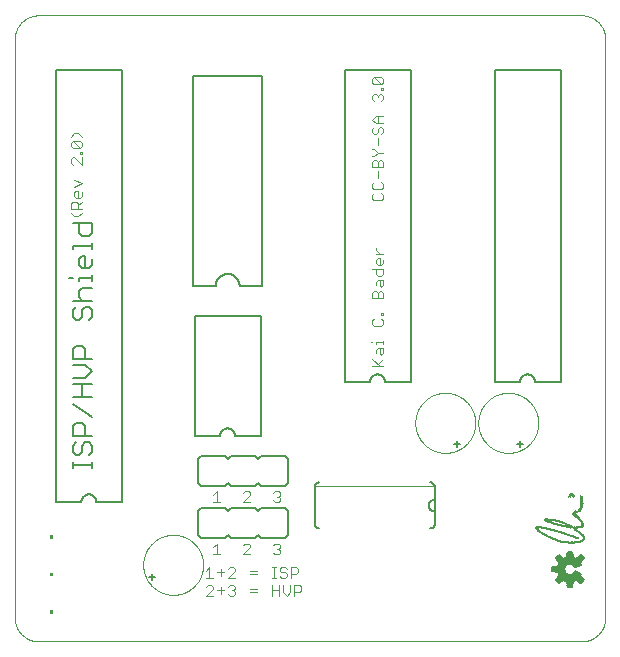
<source format=gto>
G75*
%MOIN*%
%OFA0B0*%
%FSLAX25Y25*%
%IPPOS*%
%LPD*%
%AMOC8*
5,1,8,0,0,1.08239X$1,22.5*
%
%ADD10C,0.00004*%
%ADD11C,0.00600*%
%ADD12C,0.00400*%
%ADD13C,0.00300*%
%ADD14C,0.00394*%
%ADD15C,0.00200*%
%ADD16R,0.00100X0.00700*%
%ADD17R,0.00100X0.01100*%
%ADD18R,0.00100X0.01400*%
%ADD19R,0.00100X0.01700*%
%ADD20R,0.00100X0.00400*%
%ADD21R,0.00100X0.01900*%
%ADD22R,0.00100X0.00900*%
%ADD23R,0.00100X0.02000*%
%ADD24R,0.00100X0.01200*%
%ADD25R,0.00100X0.00300*%
%ADD26R,0.00100X0.00800*%
%ADD27R,0.00100X0.01800*%
%ADD28R,0.00100X0.03100*%
%ADD29R,0.00100X0.04100*%
%ADD30R,0.00100X0.00600*%
%ADD31R,0.00100X0.04500*%
%ADD32R,0.00100X0.01000*%
%ADD33R,0.00100X0.04800*%
%ADD34R,0.00100X0.04900*%
%ADD35R,0.00100X0.05000*%
%ADD36R,0.00100X0.05100*%
%ADD37R,0.00100X0.01300*%
%ADD38R,0.00100X0.00500*%
%ADD39R,0.00100X0.01600*%
%ADD40R,0.00100X0.01500*%
%ADD41R,0.00100X0.02100*%
%ADD42C,0.00591*%
D10*
X0092644Y0010874D02*
X0092644Y0203787D01*
X0092646Y0203977D01*
X0092653Y0204167D01*
X0092665Y0204357D01*
X0092681Y0204547D01*
X0092701Y0204736D01*
X0092727Y0204925D01*
X0092756Y0205113D01*
X0092791Y0205300D01*
X0092830Y0205486D01*
X0092873Y0205671D01*
X0092921Y0205856D01*
X0092973Y0206039D01*
X0093029Y0206220D01*
X0093090Y0206400D01*
X0093156Y0206579D01*
X0093225Y0206756D01*
X0093299Y0206932D01*
X0093377Y0207105D01*
X0093460Y0207277D01*
X0093546Y0207446D01*
X0093636Y0207614D01*
X0093731Y0207779D01*
X0093829Y0207942D01*
X0093932Y0208102D01*
X0094038Y0208260D01*
X0094148Y0208415D01*
X0094261Y0208568D01*
X0094379Y0208718D01*
X0094500Y0208864D01*
X0094624Y0209008D01*
X0094752Y0209149D01*
X0094883Y0209287D01*
X0095018Y0209422D01*
X0095156Y0209553D01*
X0095297Y0209681D01*
X0095441Y0209805D01*
X0095587Y0209926D01*
X0095737Y0210044D01*
X0095890Y0210157D01*
X0096045Y0210267D01*
X0096203Y0210373D01*
X0096363Y0210476D01*
X0096526Y0210574D01*
X0096691Y0210669D01*
X0096859Y0210759D01*
X0097028Y0210845D01*
X0097200Y0210928D01*
X0097373Y0211006D01*
X0097549Y0211080D01*
X0097726Y0211149D01*
X0097905Y0211215D01*
X0098085Y0211276D01*
X0098266Y0211332D01*
X0098449Y0211384D01*
X0098634Y0211432D01*
X0098819Y0211475D01*
X0099005Y0211514D01*
X0099192Y0211549D01*
X0099380Y0211578D01*
X0099569Y0211604D01*
X0099758Y0211624D01*
X0099948Y0211640D01*
X0100138Y0211652D01*
X0100328Y0211659D01*
X0100518Y0211661D01*
X0281620Y0211661D01*
X0281810Y0211659D01*
X0282000Y0211652D01*
X0282190Y0211640D01*
X0282380Y0211624D01*
X0282569Y0211604D01*
X0282758Y0211578D01*
X0282946Y0211549D01*
X0283133Y0211514D01*
X0283319Y0211475D01*
X0283504Y0211432D01*
X0283689Y0211384D01*
X0283872Y0211332D01*
X0284053Y0211276D01*
X0284233Y0211215D01*
X0284412Y0211149D01*
X0284589Y0211080D01*
X0284765Y0211006D01*
X0284938Y0210928D01*
X0285110Y0210845D01*
X0285279Y0210759D01*
X0285447Y0210669D01*
X0285612Y0210574D01*
X0285775Y0210476D01*
X0285935Y0210373D01*
X0286093Y0210267D01*
X0286248Y0210157D01*
X0286401Y0210044D01*
X0286551Y0209926D01*
X0286697Y0209805D01*
X0286841Y0209681D01*
X0286982Y0209553D01*
X0287120Y0209422D01*
X0287255Y0209287D01*
X0287386Y0209149D01*
X0287514Y0209008D01*
X0287638Y0208864D01*
X0287759Y0208718D01*
X0287877Y0208568D01*
X0287990Y0208415D01*
X0288100Y0208260D01*
X0288206Y0208102D01*
X0288309Y0207942D01*
X0288407Y0207779D01*
X0288502Y0207614D01*
X0288592Y0207446D01*
X0288678Y0207277D01*
X0288761Y0207105D01*
X0288839Y0206932D01*
X0288913Y0206756D01*
X0288982Y0206579D01*
X0289048Y0206400D01*
X0289109Y0206220D01*
X0289165Y0206039D01*
X0289217Y0205856D01*
X0289265Y0205671D01*
X0289308Y0205486D01*
X0289347Y0205300D01*
X0289382Y0205113D01*
X0289411Y0204925D01*
X0289437Y0204736D01*
X0289457Y0204547D01*
X0289473Y0204357D01*
X0289485Y0204167D01*
X0289492Y0203977D01*
X0289494Y0203787D01*
X0289494Y0010874D01*
X0289492Y0010684D01*
X0289485Y0010494D01*
X0289473Y0010304D01*
X0289457Y0010114D01*
X0289437Y0009925D01*
X0289411Y0009736D01*
X0289382Y0009548D01*
X0289347Y0009361D01*
X0289308Y0009175D01*
X0289265Y0008990D01*
X0289217Y0008805D01*
X0289165Y0008622D01*
X0289109Y0008441D01*
X0289048Y0008261D01*
X0288982Y0008082D01*
X0288913Y0007905D01*
X0288839Y0007729D01*
X0288761Y0007556D01*
X0288678Y0007384D01*
X0288592Y0007215D01*
X0288502Y0007047D01*
X0288407Y0006882D01*
X0288309Y0006719D01*
X0288206Y0006559D01*
X0288100Y0006401D01*
X0287990Y0006246D01*
X0287877Y0006093D01*
X0287759Y0005943D01*
X0287638Y0005797D01*
X0287514Y0005653D01*
X0287386Y0005512D01*
X0287255Y0005374D01*
X0287120Y0005239D01*
X0286982Y0005108D01*
X0286841Y0004980D01*
X0286697Y0004856D01*
X0286551Y0004735D01*
X0286401Y0004617D01*
X0286248Y0004504D01*
X0286093Y0004394D01*
X0285935Y0004288D01*
X0285775Y0004185D01*
X0285612Y0004087D01*
X0285447Y0003992D01*
X0285279Y0003902D01*
X0285110Y0003816D01*
X0284938Y0003733D01*
X0284765Y0003655D01*
X0284589Y0003581D01*
X0284412Y0003512D01*
X0284233Y0003446D01*
X0284053Y0003385D01*
X0283872Y0003329D01*
X0283689Y0003277D01*
X0283504Y0003229D01*
X0283319Y0003186D01*
X0283133Y0003147D01*
X0282946Y0003112D01*
X0282758Y0003083D01*
X0282569Y0003057D01*
X0282380Y0003037D01*
X0282190Y0003021D01*
X0282000Y0003009D01*
X0281810Y0003002D01*
X0281620Y0003000D01*
X0100518Y0003000D01*
X0100328Y0003002D01*
X0100138Y0003009D01*
X0099948Y0003021D01*
X0099758Y0003037D01*
X0099569Y0003057D01*
X0099380Y0003083D01*
X0099192Y0003112D01*
X0099005Y0003147D01*
X0098819Y0003186D01*
X0098634Y0003229D01*
X0098449Y0003277D01*
X0098266Y0003329D01*
X0098085Y0003385D01*
X0097905Y0003446D01*
X0097726Y0003512D01*
X0097549Y0003581D01*
X0097373Y0003655D01*
X0097200Y0003733D01*
X0097028Y0003816D01*
X0096859Y0003902D01*
X0096691Y0003992D01*
X0096526Y0004087D01*
X0096363Y0004185D01*
X0096203Y0004288D01*
X0096045Y0004394D01*
X0095890Y0004504D01*
X0095737Y0004617D01*
X0095587Y0004735D01*
X0095441Y0004856D01*
X0095297Y0004980D01*
X0095156Y0005108D01*
X0095018Y0005239D01*
X0094883Y0005374D01*
X0094752Y0005512D01*
X0094624Y0005653D01*
X0094500Y0005797D01*
X0094379Y0005943D01*
X0094261Y0006093D01*
X0094148Y0006246D01*
X0094038Y0006401D01*
X0093932Y0006559D01*
X0093829Y0006719D01*
X0093731Y0006882D01*
X0093636Y0007047D01*
X0093546Y0007215D01*
X0093460Y0007384D01*
X0093377Y0007556D01*
X0093299Y0007729D01*
X0093225Y0007905D01*
X0093156Y0008082D01*
X0093090Y0008261D01*
X0093029Y0008441D01*
X0092973Y0008622D01*
X0092921Y0008805D01*
X0092873Y0008990D01*
X0092830Y0009175D01*
X0092791Y0009361D01*
X0092756Y0009548D01*
X0092727Y0009736D01*
X0092701Y0009925D01*
X0092681Y0010114D01*
X0092665Y0010304D01*
X0092653Y0010494D01*
X0092646Y0010684D01*
X0092644Y0010874D01*
X0104357Y0012606D02*
X0104357Y0013394D01*
X0105144Y0013394D01*
X0105144Y0012606D01*
X0104357Y0012606D01*
X0104357Y0012607D02*
X0105144Y0012607D01*
X0105144Y0012610D02*
X0104357Y0012610D01*
X0104357Y0012612D02*
X0105144Y0012612D01*
X0105144Y0012615D02*
X0104357Y0012615D01*
X0104357Y0012617D02*
X0105144Y0012617D01*
X0105144Y0012619D02*
X0104357Y0012619D01*
X0104357Y0012622D02*
X0105144Y0012622D01*
X0105144Y0012624D02*
X0104357Y0012624D01*
X0104357Y0012627D02*
X0105144Y0012627D01*
X0105144Y0012629D02*
X0104357Y0012629D01*
X0104357Y0012632D02*
X0105144Y0012632D01*
X0105144Y0012634D02*
X0104357Y0012634D01*
X0104357Y0012637D02*
X0105144Y0012637D01*
X0105144Y0012639D02*
X0104357Y0012639D01*
X0104357Y0012642D02*
X0105144Y0012642D01*
X0105144Y0012644D02*
X0104357Y0012644D01*
X0104357Y0012646D02*
X0105144Y0012646D01*
X0105144Y0012649D02*
X0104357Y0012649D01*
X0104357Y0012651D02*
X0105144Y0012651D01*
X0105144Y0012654D02*
X0104357Y0012654D01*
X0104357Y0012656D02*
X0105144Y0012656D01*
X0105144Y0012659D02*
X0104357Y0012659D01*
X0104357Y0012661D02*
X0105144Y0012661D01*
X0105144Y0012664D02*
X0104357Y0012664D01*
X0104357Y0012666D02*
X0105144Y0012666D01*
X0105144Y0012668D02*
X0104357Y0012668D01*
X0104357Y0012671D02*
X0105144Y0012671D01*
X0105144Y0012673D02*
X0104357Y0012673D01*
X0104357Y0012676D02*
X0105144Y0012676D01*
X0105144Y0012678D02*
X0104357Y0012678D01*
X0104357Y0012681D02*
X0105144Y0012681D01*
X0105144Y0012683D02*
X0104357Y0012683D01*
X0104357Y0012686D02*
X0105144Y0012686D01*
X0105144Y0012688D02*
X0104357Y0012688D01*
X0104357Y0012690D02*
X0105144Y0012690D01*
X0105144Y0012693D02*
X0104357Y0012693D01*
X0104357Y0012695D02*
X0105144Y0012695D01*
X0105144Y0012698D02*
X0104357Y0012698D01*
X0104357Y0012700D02*
X0105144Y0012700D01*
X0105144Y0012703D02*
X0104357Y0012703D01*
X0104357Y0012705D02*
X0105144Y0012705D01*
X0105144Y0012708D02*
X0104357Y0012708D01*
X0104357Y0012710D02*
X0105144Y0012710D01*
X0105144Y0012713D02*
X0104357Y0012713D01*
X0104357Y0012715D02*
X0105144Y0012715D01*
X0105144Y0012717D02*
X0104357Y0012717D01*
X0104357Y0012720D02*
X0105144Y0012720D01*
X0105144Y0012722D02*
X0104357Y0012722D01*
X0104357Y0012725D02*
X0105144Y0012725D01*
X0105144Y0012727D02*
X0104357Y0012727D01*
X0104357Y0012730D02*
X0105144Y0012730D01*
X0105144Y0012732D02*
X0104357Y0012732D01*
X0104357Y0012735D02*
X0105144Y0012735D01*
X0105144Y0012737D02*
X0104357Y0012737D01*
X0104357Y0012739D02*
X0105144Y0012739D01*
X0105144Y0012742D02*
X0104357Y0012742D01*
X0104357Y0012744D02*
X0105144Y0012744D01*
X0105144Y0012747D02*
X0104357Y0012747D01*
X0104357Y0012749D02*
X0105144Y0012749D01*
X0105144Y0012752D02*
X0104357Y0012752D01*
X0104357Y0012754D02*
X0105144Y0012754D01*
X0105144Y0012757D02*
X0104357Y0012757D01*
X0104357Y0012759D02*
X0105144Y0012759D01*
X0105144Y0012761D02*
X0104357Y0012761D01*
X0104357Y0012764D02*
X0105144Y0012764D01*
X0105144Y0012766D02*
X0104357Y0012766D01*
X0104357Y0012769D02*
X0105144Y0012769D01*
X0105144Y0012771D02*
X0104357Y0012771D01*
X0104357Y0012774D02*
X0105144Y0012774D01*
X0105144Y0012776D02*
X0104357Y0012776D01*
X0104357Y0012779D02*
X0105144Y0012779D01*
X0105144Y0012781D02*
X0104357Y0012781D01*
X0104357Y0012784D02*
X0105144Y0012784D01*
X0105144Y0012786D02*
X0104357Y0012786D01*
X0104357Y0012788D02*
X0105144Y0012788D01*
X0105144Y0012791D02*
X0104357Y0012791D01*
X0104357Y0012793D02*
X0105144Y0012793D01*
X0105144Y0012796D02*
X0104357Y0012796D01*
X0104357Y0012798D02*
X0105144Y0012798D01*
X0105144Y0012801D02*
X0104357Y0012801D01*
X0104357Y0012803D02*
X0105144Y0012803D01*
X0105144Y0012806D02*
X0104357Y0012806D01*
X0104357Y0012808D02*
X0105144Y0012808D01*
X0105144Y0012810D02*
X0104357Y0012810D01*
X0104357Y0012813D02*
X0105144Y0012813D01*
X0105144Y0012815D02*
X0104357Y0012815D01*
X0104357Y0012818D02*
X0105144Y0012818D01*
X0105144Y0012820D02*
X0104357Y0012820D01*
X0104357Y0012823D02*
X0105144Y0012823D01*
X0105144Y0012825D02*
X0104357Y0012825D01*
X0104357Y0012828D02*
X0105144Y0012828D01*
X0105144Y0012830D02*
X0104357Y0012830D01*
X0104357Y0012832D02*
X0105144Y0012832D01*
X0105144Y0012835D02*
X0104357Y0012835D01*
X0104357Y0012837D02*
X0105144Y0012837D01*
X0105144Y0012840D02*
X0104357Y0012840D01*
X0104357Y0012842D02*
X0105144Y0012842D01*
X0105144Y0012845D02*
X0104357Y0012845D01*
X0104357Y0012847D02*
X0105144Y0012847D01*
X0105144Y0012850D02*
X0104357Y0012850D01*
X0104357Y0012852D02*
X0105144Y0012852D01*
X0105144Y0012855D02*
X0104357Y0012855D01*
X0104357Y0012857D02*
X0105144Y0012857D01*
X0105144Y0012859D02*
X0104357Y0012859D01*
X0104357Y0012862D02*
X0105144Y0012862D01*
X0105144Y0012864D02*
X0104357Y0012864D01*
X0104357Y0012867D02*
X0105144Y0012867D01*
X0105144Y0012869D02*
X0104357Y0012869D01*
X0104357Y0012872D02*
X0105144Y0012872D01*
X0105144Y0012874D02*
X0104357Y0012874D01*
X0104357Y0012877D02*
X0105144Y0012877D01*
X0105144Y0012879D02*
X0104357Y0012879D01*
X0104357Y0012881D02*
X0105144Y0012881D01*
X0105144Y0012884D02*
X0104357Y0012884D01*
X0104357Y0012886D02*
X0105144Y0012886D01*
X0105144Y0012889D02*
X0104357Y0012889D01*
X0104357Y0012891D02*
X0105144Y0012891D01*
X0105144Y0012894D02*
X0104357Y0012894D01*
X0104357Y0012896D02*
X0105144Y0012896D01*
X0105144Y0012899D02*
X0104357Y0012899D01*
X0104357Y0012901D02*
X0105144Y0012901D01*
X0105144Y0012903D02*
X0104357Y0012903D01*
X0104357Y0012906D02*
X0105144Y0012906D01*
X0105144Y0012908D02*
X0104357Y0012908D01*
X0104357Y0012911D02*
X0105144Y0012911D01*
X0105144Y0012913D02*
X0104357Y0012913D01*
X0104357Y0012916D02*
X0105144Y0012916D01*
X0105144Y0012918D02*
X0104357Y0012918D01*
X0104357Y0012921D02*
X0105144Y0012921D01*
X0105144Y0012923D02*
X0104357Y0012923D01*
X0104357Y0012926D02*
X0105144Y0012926D01*
X0105144Y0012928D02*
X0104357Y0012928D01*
X0104357Y0012930D02*
X0105144Y0012930D01*
X0105144Y0012933D02*
X0104357Y0012933D01*
X0104357Y0012935D02*
X0105144Y0012935D01*
X0105144Y0012938D02*
X0104357Y0012938D01*
X0104357Y0012940D02*
X0105144Y0012940D01*
X0105144Y0012943D02*
X0104357Y0012943D01*
X0104357Y0012945D02*
X0105144Y0012945D01*
X0105144Y0012948D02*
X0104357Y0012948D01*
X0104357Y0012950D02*
X0105144Y0012950D01*
X0105144Y0012952D02*
X0104357Y0012952D01*
X0104357Y0012955D02*
X0105144Y0012955D01*
X0105144Y0012957D02*
X0104357Y0012957D01*
X0104357Y0012960D02*
X0105144Y0012960D01*
X0105144Y0012962D02*
X0104357Y0012962D01*
X0104357Y0012965D02*
X0105144Y0012965D01*
X0105144Y0012967D02*
X0104357Y0012967D01*
X0104357Y0012970D02*
X0105144Y0012970D01*
X0105144Y0012972D02*
X0104357Y0012972D01*
X0104357Y0012974D02*
X0105144Y0012974D01*
X0105144Y0012977D02*
X0104357Y0012977D01*
X0104357Y0012979D02*
X0105144Y0012979D01*
X0105144Y0012982D02*
X0104357Y0012982D01*
X0104357Y0012984D02*
X0105144Y0012984D01*
X0105144Y0012987D02*
X0104357Y0012987D01*
X0104357Y0012989D02*
X0105144Y0012989D01*
X0105144Y0012992D02*
X0104357Y0012992D01*
X0104357Y0012994D02*
X0105144Y0012994D01*
X0105144Y0012997D02*
X0104357Y0012997D01*
X0104357Y0012999D02*
X0105144Y0012999D01*
X0105144Y0013001D02*
X0104357Y0013001D01*
X0104357Y0013004D02*
X0105144Y0013004D01*
X0105144Y0013006D02*
X0104357Y0013006D01*
X0104357Y0013009D02*
X0105144Y0013009D01*
X0105144Y0013011D02*
X0104357Y0013011D01*
X0104357Y0013014D02*
X0105144Y0013014D01*
X0105144Y0013016D02*
X0104357Y0013016D01*
X0104357Y0013019D02*
X0105144Y0013019D01*
X0105144Y0013021D02*
X0104357Y0013021D01*
X0104357Y0013023D02*
X0105144Y0013023D01*
X0105144Y0013026D02*
X0104357Y0013026D01*
X0104357Y0013028D02*
X0105144Y0013028D01*
X0105144Y0013031D02*
X0104357Y0013031D01*
X0104357Y0013033D02*
X0105144Y0013033D01*
X0105144Y0013036D02*
X0104357Y0013036D01*
X0104357Y0013038D02*
X0105144Y0013038D01*
X0105144Y0013041D02*
X0104357Y0013041D01*
X0104357Y0013043D02*
X0105144Y0013043D01*
X0105144Y0013045D02*
X0104357Y0013045D01*
X0104357Y0013048D02*
X0105144Y0013048D01*
X0105144Y0013050D02*
X0104357Y0013050D01*
X0104357Y0013053D02*
X0105144Y0013053D01*
X0105144Y0013055D02*
X0104357Y0013055D01*
X0104357Y0013058D02*
X0105144Y0013058D01*
X0105144Y0013060D02*
X0104357Y0013060D01*
X0104357Y0013063D02*
X0105144Y0013063D01*
X0105144Y0013065D02*
X0104357Y0013065D01*
X0104357Y0013068D02*
X0105144Y0013068D01*
X0105144Y0013070D02*
X0104357Y0013070D01*
X0104357Y0013072D02*
X0105144Y0013072D01*
X0105144Y0013075D02*
X0104357Y0013075D01*
X0104357Y0013077D02*
X0105144Y0013077D01*
X0105144Y0013080D02*
X0104357Y0013080D01*
X0104357Y0013082D02*
X0105144Y0013082D01*
X0105144Y0013085D02*
X0104357Y0013085D01*
X0104357Y0013087D02*
X0105144Y0013087D01*
X0105144Y0013090D02*
X0104357Y0013090D01*
X0104357Y0013092D02*
X0105144Y0013092D01*
X0105144Y0013094D02*
X0104357Y0013094D01*
X0104357Y0013097D02*
X0105144Y0013097D01*
X0105144Y0013099D02*
X0104357Y0013099D01*
X0104357Y0013102D02*
X0105144Y0013102D01*
X0105144Y0013104D02*
X0104357Y0013104D01*
X0104357Y0013107D02*
X0105144Y0013107D01*
X0105144Y0013109D02*
X0104357Y0013109D01*
X0104357Y0013112D02*
X0105144Y0013112D01*
X0105144Y0013114D02*
X0104357Y0013114D01*
X0104357Y0013116D02*
X0105144Y0013116D01*
X0105144Y0013119D02*
X0104357Y0013119D01*
X0104357Y0013121D02*
X0105144Y0013121D01*
X0105144Y0013124D02*
X0104357Y0013124D01*
X0104357Y0013126D02*
X0105144Y0013126D01*
X0105144Y0013129D02*
X0104357Y0013129D01*
X0104357Y0013131D02*
X0105144Y0013131D01*
X0105144Y0013134D02*
X0104357Y0013134D01*
X0104357Y0013136D02*
X0105144Y0013136D01*
X0105144Y0013139D02*
X0104357Y0013139D01*
X0104357Y0013141D02*
X0105144Y0013141D01*
X0105144Y0013143D02*
X0104357Y0013143D01*
X0104357Y0013146D02*
X0105144Y0013146D01*
X0105144Y0013148D02*
X0104357Y0013148D01*
X0104357Y0013151D02*
X0105144Y0013151D01*
X0105144Y0013153D02*
X0104357Y0013153D01*
X0104357Y0013156D02*
X0105144Y0013156D01*
X0105144Y0013158D02*
X0104357Y0013158D01*
X0104357Y0013161D02*
X0105144Y0013161D01*
X0105144Y0013163D02*
X0104357Y0013163D01*
X0104357Y0013165D02*
X0105144Y0013165D01*
X0105144Y0013168D02*
X0104357Y0013168D01*
X0104357Y0013170D02*
X0105144Y0013170D01*
X0105144Y0013173D02*
X0104357Y0013173D01*
X0104357Y0013175D02*
X0105144Y0013175D01*
X0105144Y0013178D02*
X0104357Y0013178D01*
X0104357Y0013180D02*
X0105144Y0013180D01*
X0105144Y0013183D02*
X0104357Y0013183D01*
X0104357Y0013185D02*
X0105144Y0013185D01*
X0105144Y0013187D02*
X0104357Y0013187D01*
X0104357Y0013190D02*
X0105144Y0013190D01*
X0105144Y0013192D02*
X0104357Y0013192D01*
X0104357Y0013195D02*
X0105144Y0013195D01*
X0105144Y0013197D02*
X0104357Y0013197D01*
X0104357Y0013200D02*
X0105144Y0013200D01*
X0105144Y0013202D02*
X0104357Y0013202D01*
X0104357Y0013205D02*
X0105144Y0013205D01*
X0105144Y0013207D02*
X0104357Y0013207D01*
X0104357Y0013210D02*
X0105144Y0013210D01*
X0105144Y0013212D02*
X0104357Y0013212D01*
X0104357Y0013214D02*
X0105144Y0013214D01*
X0105144Y0013217D02*
X0104357Y0013217D01*
X0104357Y0013219D02*
X0105144Y0013219D01*
X0105144Y0013222D02*
X0104357Y0013222D01*
X0104357Y0013224D02*
X0105144Y0013224D01*
X0105144Y0013227D02*
X0104357Y0013227D01*
X0104357Y0013229D02*
X0105144Y0013229D01*
X0105144Y0013232D02*
X0104357Y0013232D01*
X0104357Y0013234D02*
X0105144Y0013234D01*
X0105144Y0013236D02*
X0104357Y0013236D01*
X0104357Y0013239D02*
X0105144Y0013239D01*
X0105144Y0013241D02*
X0104357Y0013241D01*
X0104357Y0013244D02*
X0105144Y0013244D01*
X0105144Y0013246D02*
X0104357Y0013246D01*
X0104357Y0013249D02*
X0105144Y0013249D01*
X0105144Y0013251D02*
X0104357Y0013251D01*
X0104357Y0013254D02*
X0105144Y0013254D01*
X0105144Y0013256D02*
X0104357Y0013256D01*
X0104357Y0013258D02*
X0105144Y0013258D01*
X0105144Y0013261D02*
X0104357Y0013261D01*
X0104357Y0013263D02*
X0105144Y0013263D01*
X0105144Y0013266D02*
X0104357Y0013266D01*
X0104357Y0013268D02*
X0105144Y0013268D01*
X0105144Y0013271D02*
X0104357Y0013271D01*
X0104357Y0013273D02*
X0105144Y0013273D01*
X0105144Y0013276D02*
X0104357Y0013276D01*
X0104357Y0013278D02*
X0105144Y0013278D01*
X0105144Y0013281D02*
X0104357Y0013281D01*
X0104357Y0013283D02*
X0105144Y0013283D01*
X0105144Y0013285D02*
X0104357Y0013285D01*
X0104357Y0013288D02*
X0105144Y0013288D01*
X0105144Y0013290D02*
X0104357Y0013290D01*
X0104357Y0013293D02*
X0105144Y0013293D01*
X0105144Y0013295D02*
X0104357Y0013295D01*
X0104357Y0013298D02*
X0105144Y0013298D01*
X0105144Y0013300D02*
X0104357Y0013300D01*
X0104357Y0013303D02*
X0105144Y0013303D01*
X0105144Y0013305D02*
X0104357Y0013305D01*
X0104357Y0013307D02*
X0105144Y0013307D01*
X0105144Y0013310D02*
X0104357Y0013310D01*
X0104357Y0013312D02*
X0105144Y0013312D01*
X0105144Y0013315D02*
X0104357Y0013315D01*
X0104357Y0013317D02*
X0105144Y0013317D01*
X0105144Y0013320D02*
X0104357Y0013320D01*
X0104357Y0013322D02*
X0105144Y0013322D01*
X0105144Y0013325D02*
X0104357Y0013325D01*
X0104357Y0013327D02*
X0105144Y0013327D01*
X0105144Y0013329D02*
X0104357Y0013329D01*
X0104357Y0013332D02*
X0105144Y0013332D01*
X0105144Y0013334D02*
X0104357Y0013334D01*
X0104357Y0013337D02*
X0105144Y0013337D01*
X0105144Y0013339D02*
X0104357Y0013339D01*
X0104357Y0013342D02*
X0105144Y0013342D01*
X0105144Y0013344D02*
X0104357Y0013344D01*
X0104357Y0013347D02*
X0105144Y0013347D01*
X0105144Y0013349D02*
X0104357Y0013349D01*
X0104357Y0013352D02*
X0105144Y0013352D01*
X0105144Y0013354D02*
X0104357Y0013354D01*
X0104357Y0013356D02*
X0105144Y0013356D01*
X0105144Y0013359D02*
X0104357Y0013359D01*
X0104357Y0013361D02*
X0105144Y0013361D01*
X0105144Y0013364D02*
X0104357Y0013364D01*
X0104357Y0013366D02*
X0105144Y0013366D01*
X0105144Y0013369D02*
X0104357Y0013369D01*
X0104357Y0013371D02*
X0105144Y0013371D01*
X0105144Y0013374D02*
X0104357Y0013374D01*
X0104357Y0013376D02*
X0105144Y0013376D01*
X0105144Y0013378D02*
X0104357Y0013378D01*
X0104357Y0013381D02*
X0105144Y0013381D01*
X0105144Y0013383D02*
X0104357Y0013383D01*
X0104357Y0013386D02*
X0105144Y0013386D01*
X0105144Y0013388D02*
X0104357Y0013388D01*
X0104357Y0013391D02*
X0105144Y0013391D01*
X0105144Y0013393D02*
X0104357Y0013393D01*
X0104357Y0025106D02*
X0104357Y0025894D01*
X0105144Y0025894D01*
X0105144Y0025106D01*
X0104357Y0025106D01*
X0104357Y0025108D02*
X0105144Y0025108D01*
X0105144Y0025111D02*
X0104357Y0025111D01*
X0104357Y0025113D02*
X0105144Y0025113D01*
X0105144Y0025116D02*
X0104357Y0025116D01*
X0104357Y0025118D02*
X0105144Y0025118D01*
X0105144Y0025121D02*
X0104357Y0025121D01*
X0104357Y0025123D02*
X0105144Y0025123D01*
X0105144Y0025126D02*
X0104357Y0025126D01*
X0104357Y0025128D02*
X0105144Y0025128D01*
X0105144Y0025130D02*
X0104357Y0025130D01*
X0104357Y0025133D02*
X0105144Y0025133D01*
X0105144Y0025135D02*
X0104357Y0025135D01*
X0104357Y0025138D02*
X0105144Y0025138D01*
X0105144Y0025140D02*
X0104357Y0025140D01*
X0104357Y0025143D02*
X0105144Y0025143D01*
X0105144Y0025145D02*
X0104357Y0025145D01*
X0104357Y0025148D02*
X0105144Y0025148D01*
X0105144Y0025150D02*
X0104357Y0025150D01*
X0104357Y0025152D02*
X0105144Y0025152D01*
X0105144Y0025155D02*
X0104357Y0025155D01*
X0104357Y0025157D02*
X0105144Y0025157D01*
X0105144Y0025160D02*
X0104357Y0025160D01*
X0104357Y0025162D02*
X0105144Y0025162D01*
X0105144Y0025165D02*
X0104357Y0025165D01*
X0104357Y0025167D02*
X0105144Y0025167D01*
X0105144Y0025170D02*
X0104357Y0025170D01*
X0104357Y0025172D02*
X0105144Y0025172D01*
X0105144Y0025174D02*
X0104357Y0025174D01*
X0104357Y0025177D02*
X0105144Y0025177D01*
X0105144Y0025179D02*
X0104357Y0025179D01*
X0104357Y0025182D02*
X0105144Y0025182D01*
X0105144Y0025184D02*
X0104357Y0025184D01*
X0104357Y0025187D02*
X0105144Y0025187D01*
X0105144Y0025189D02*
X0104357Y0025189D01*
X0104357Y0025192D02*
X0105144Y0025192D01*
X0105144Y0025194D02*
X0104357Y0025194D01*
X0104357Y0025197D02*
X0105144Y0025197D01*
X0105144Y0025199D02*
X0104357Y0025199D01*
X0104357Y0025201D02*
X0105144Y0025201D01*
X0105144Y0025204D02*
X0104357Y0025204D01*
X0104357Y0025206D02*
X0105144Y0025206D01*
X0105144Y0025209D02*
X0104357Y0025209D01*
X0104357Y0025211D02*
X0105144Y0025211D01*
X0105144Y0025214D02*
X0104357Y0025214D01*
X0104357Y0025216D02*
X0105144Y0025216D01*
X0105144Y0025219D02*
X0104357Y0025219D01*
X0104357Y0025221D02*
X0105144Y0025221D01*
X0105144Y0025223D02*
X0104357Y0025223D01*
X0104357Y0025226D02*
X0105144Y0025226D01*
X0105144Y0025228D02*
X0104357Y0025228D01*
X0104357Y0025231D02*
X0105144Y0025231D01*
X0105144Y0025233D02*
X0104357Y0025233D01*
X0104357Y0025236D02*
X0105144Y0025236D01*
X0105144Y0025238D02*
X0104357Y0025238D01*
X0104357Y0025241D02*
X0105144Y0025241D01*
X0105144Y0025243D02*
X0104357Y0025243D01*
X0104357Y0025245D02*
X0105144Y0025245D01*
X0105144Y0025248D02*
X0104357Y0025248D01*
X0104357Y0025250D02*
X0105144Y0025250D01*
X0105144Y0025253D02*
X0104357Y0025253D01*
X0104357Y0025255D02*
X0105144Y0025255D01*
X0105144Y0025258D02*
X0104357Y0025258D01*
X0104357Y0025260D02*
X0105144Y0025260D01*
X0105144Y0025263D02*
X0104357Y0025263D01*
X0104357Y0025265D02*
X0105144Y0025265D01*
X0105144Y0025268D02*
X0104357Y0025268D01*
X0104357Y0025270D02*
X0105144Y0025270D01*
X0105144Y0025272D02*
X0104357Y0025272D01*
X0104357Y0025275D02*
X0105144Y0025275D01*
X0105144Y0025277D02*
X0104357Y0025277D01*
X0104357Y0025280D02*
X0105144Y0025280D01*
X0105144Y0025282D02*
X0104357Y0025282D01*
X0104357Y0025285D02*
X0105144Y0025285D01*
X0105144Y0025287D02*
X0104357Y0025287D01*
X0104357Y0025290D02*
X0105144Y0025290D01*
X0105144Y0025292D02*
X0104357Y0025292D01*
X0104357Y0025294D02*
X0105144Y0025294D01*
X0105144Y0025297D02*
X0104357Y0025297D01*
X0104357Y0025299D02*
X0105144Y0025299D01*
X0105144Y0025302D02*
X0104357Y0025302D01*
X0104357Y0025304D02*
X0105144Y0025304D01*
X0105144Y0025307D02*
X0104357Y0025307D01*
X0104357Y0025309D02*
X0105144Y0025309D01*
X0105144Y0025312D02*
X0104357Y0025312D01*
X0104357Y0025314D02*
X0105144Y0025314D01*
X0105144Y0025316D02*
X0104357Y0025316D01*
X0104357Y0025319D02*
X0105144Y0025319D01*
X0105144Y0025321D02*
X0104357Y0025321D01*
X0104357Y0025324D02*
X0105144Y0025324D01*
X0105144Y0025326D02*
X0104357Y0025326D01*
X0104357Y0025329D02*
X0105144Y0025329D01*
X0105144Y0025331D02*
X0104357Y0025331D01*
X0104357Y0025334D02*
X0105144Y0025334D01*
X0105144Y0025336D02*
X0104357Y0025336D01*
X0104357Y0025339D02*
X0105144Y0025339D01*
X0105144Y0025341D02*
X0104357Y0025341D01*
X0104357Y0025343D02*
X0105144Y0025343D01*
X0105144Y0025346D02*
X0104357Y0025346D01*
X0104357Y0025348D02*
X0105144Y0025348D01*
X0105144Y0025351D02*
X0104357Y0025351D01*
X0104357Y0025353D02*
X0105144Y0025353D01*
X0105144Y0025356D02*
X0104357Y0025356D01*
X0104357Y0025358D02*
X0105144Y0025358D01*
X0105144Y0025361D02*
X0104357Y0025361D01*
X0104357Y0025363D02*
X0105144Y0025363D01*
X0105144Y0025365D02*
X0104357Y0025365D01*
X0104357Y0025368D02*
X0105144Y0025368D01*
X0105144Y0025370D02*
X0104357Y0025370D01*
X0104357Y0025373D02*
X0105144Y0025373D01*
X0105144Y0025375D02*
X0104357Y0025375D01*
X0104357Y0025378D02*
X0105144Y0025378D01*
X0105144Y0025380D02*
X0104357Y0025380D01*
X0104357Y0025383D02*
X0105144Y0025383D01*
X0105144Y0025385D02*
X0104357Y0025385D01*
X0104357Y0025387D02*
X0105144Y0025387D01*
X0105144Y0025390D02*
X0104357Y0025390D01*
X0104357Y0025392D02*
X0105144Y0025392D01*
X0105144Y0025395D02*
X0104357Y0025395D01*
X0104357Y0025397D02*
X0105144Y0025397D01*
X0105144Y0025400D02*
X0104357Y0025400D01*
X0104357Y0025402D02*
X0105144Y0025402D01*
X0105144Y0025405D02*
X0104357Y0025405D01*
X0104357Y0025407D02*
X0105144Y0025407D01*
X0105144Y0025410D02*
X0104357Y0025410D01*
X0104357Y0025412D02*
X0105144Y0025412D01*
X0105144Y0025414D02*
X0104357Y0025414D01*
X0104357Y0025417D02*
X0105144Y0025417D01*
X0105144Y0025419D02*
X0104357Y0025419D01*
X0104357Y0025422D02*
X0105144Y0025422D01*
X0105144Y0025424D02*
X0104357Y0025424D01*
X0104357Y0025427D02*
X0105144Y0025427D01*
X0105144Y0025429D02*
X0104357Y0025429D01*
X0104357Y0025432D02*
X0105144Y0025432D01*
X0105144Y0025434D02*
X0104357Y0025434D01*
X0104357Y0025436D02*
X0105144Y0025436D01*
X0105144Y0025439D02*
X0104357Y0025439D01*
X0104357Y0025441D02*
X0105144Y0025441D01*
X0105144Y0025444D02*
X0104357Y0025444D01*
X0104357Y0025446D02*
X0105144Y0025446D01*
X0105144Y0025449D02*
X0104357Y0025449D01*
X0104357Y0025451D02*
X0105144Y0025451D01*
X0105144Y0025454D02*
X0104357Y0025454D01*
X0104357Y0025456D02*
X0105144Y0025456D01*
X0105144Y0025459D02*
X0104357Y0025459D01*
X0104357Y0025461D02*
X0105144Y0025461D01*
X0105144Y0025463D02*
X0104357Y0025463D01*
X0104357Y0025466D02*
X0105144Y0025466D01*
X0105144Y0025468D02*
X0104357Y0025468D01*
X0104357Y0025471D02*
X0105144Y0025471D01*
X0105144Y0025473D02*
X0104357Y0025473D01*
X0104357Y0025476D02*
X0105144Y0025476D01*
X0105144Y0025478D02*
X0104357Y0025478D01*
X0104357Y0025481D02*
X0105144Y0025481D01*
X0105144Y0025483D02*
X0104357Y0025483D01*
X0104357Y0025485D02*
X0105144Y0025485D01*
X0105144Y0025488D02*
X0104357Y0025488D01*
X0104357Y0025490D02*
X0105144Y0025490D01*
X0105144Y0025493D02*
X0104357Y0025493D01*
X0104357Y0025495D02*
X0105144Y0025495D01*
X0105144Y0025498D02*
X0104357Y0025498D01*
X0104357Y0025500D02*
X0105144Y0025500D01*
X0105144Y0025503D02*
X0104357Y0025503D01*
X0104357Y0025505D02*
X0105144Y0025505D01*
X0105144Y0025507D02*
X0104357Y0025507D01*
X0104357Y0025510D02*
X0105144Y0025510D01*
X0105144Y0025512D02*
X0104357Y0025512D01*
X0104357Y0025515D02*
X0105144Y0025515D01*
X0105144Y0025517D02*
X0104357Y0025517D01*
X0104357Y0025520D02*
X0105144Y0025520D01*
X0105144Y0025522D02*
X0104357Y0025522D01*
X0104357Y0025525D02*
X0105144Y0025525D01*
X0105144Y0025527D02*
X0104357Y0025527D01*
X0104357Y0025530D02*
X0105144Y0025530D01*
X0105144Y0025532D02*
X0104357Y0025532D01*
X0104357Y0025534D02*
X0105144Y0025534D01*
X0105144Y0025537D02*
X0104357Y0025537D01*
X0104357Y0025539D02*
X0105144Y0025539D01*
X0105144Y0025542D02*
X0104357Y0025542D01*
X0104357Y0025544D02*
X0105144Y0025544D01*
X0105144Y0025547D02*
X0104357Y0025547D01*
X0104357Y0025549D02*
X0105144Y0025549D01*
X0105144Y0025552D02*
X0104357Y0025552D01*
X0104357Y0025554D02*
X0105144Y0025554D01*
X0105144Y0025556D02*
X0104357Y0025556D01*
X0104357Y0025559D02*
X0105144Y0025559D01*
X0105144Y0025561D02*
X0104357Y0025561D01*
X0104357Y0025564D02*
X0105144Y0025564D01*
X0105144Y0025566D02*
X0104357Y0025566D01*
X0104357Y0025569D02*
X0105144Y0025569D01*
X0105144Y0025571D02*
X0104357Y0025571D01*
X0104357Y0025574D02*
X0105144Y0025574D01*
X0105144Y0025576D02*
X0104357Y0025576D01*
X0104357Y0025578D02*
X0105144Y0025578D01*
X0105144Y0025581D02*
X0104357Y0025581D01*
X0104357Y0025583D02*
X0105144Y0025583D01*
X0105144Y0025586D02*
X0104357Y0025586D01*
X0104357Y0025588D02*
X0105144Y0025588D01*
X0105144Y0025591D02*
X0104357Y0025591D01*
X0104357Y0025593D02*
X0105144Y0025593D01*
X0105144Y0025596D02*
X0104357Y0025596D01*
X0104357Y0025598D02*
X0105144Y0025598D01*
X0105144Y0025601D02*
X0104357Y0025601D01*
X0104357Y0025603D02*
X0105144Y0025603D01*
X0105144Y0025605D02*
X0104357Y0025605D01*
X0104357Y0025608D02*
X0105144Y0025608D01*
X0105144Y0025610D02*
X0104357Y0025610D01*
X0104357Y0025613D02*
X0105144Y0025613D01*
X0105144Y0025615D02*
X0104357Y0025615D01*
X0104357Y0025618D02*
X0105144Y0025618D01*
X0105144Y0025620D02*
X0104357Y0025620D01*
X0104357Y0025623D02*
X0105144Y0025623D01*
X0105144Y0025625D02*
X0104357Y0025625D01*
X0104357Y0025627D02*
X0105144Y0025627D01*
X0105144Y0025630D02*
X0104357Y0025630D01*
X0104357Y0025632D02*
X0105144Y0025632D01*
X0105144Y0025635D02*
X0104357Y0025635D01*
X0104357Y0025637D02*
X0105144Y0025637D01*
X0105144Y0025640D02*
X0104357Y0025640D01*
X0104357Y0025642D02*
X0105144Y0025642D01*
X0105144Y0025645D02*
X0104357Y0025645D01*
X0104357Y0025647D02*
X0105144Y0025647D01*
X0105144Y0025649D02*
X0104357Y0025649D01*
X0104357Y0025652D02*
X0105144Y0025652D01*
X0105144Y0025654D02*
X0104357Y0025654D01*
X0104357Y0025657D02*
X0105144Y0025657D01*
X0105144Y0025659D02*
X0104357Y0025659D01*
X0104357Y0025662D02*
X0105144Y0025662D01*
X0105144Y0025664D02*
X0104357Y0025664D01*
X0104357Y0025667D02*
X0105144Y0025667D01*
X0105144Y0025669D02*
X0104357Y0025669D01*
X0104357Y0025672D02*
X0105144Y0025672D01*
X0105144Y0025674D02*
X0104357Y0025674D01*
X0104357Y0025676D02*
X0105144Y0025676D01*
X0105144Y0025679D02*
X0104357Y0025679D01*
X0104357Y0025681D02*
X0105144Y0025681D01*
X0105144Y0025684D02*
X0104357Y0025684D01*
X0104357Y0025686D02*
X0105144Y0025686D01*
X0105144Y0025689D02*
X0104357Y0025689D01*
X0104357Y0025691D02*
X0105144Y0025691D01*
X0105144Y0025694D02*
X0104357Y0025694D01*
X0104357Y0025696D02*
X0105144Y0025696D01*
X0105144Y0025698D02*
X0104357Y0025698D01*
X0104357Y0025701D02*
X0105144Y0025701D01*
X0105144Y0025703D02*
X0104357Y0025703D01*
X0104357Y0025706D02*
X0105144Y0025706D01*
X0105144Y0025708D02*
X0104357Y0025708D01*
X0104357Y0025711D02*
X0105144Y0025711D01*
X0105144Y0025713D02*
X0104357Y0025713D01*
X0104357Y0025716D02*
X0105144Y0025716D01*
X0105144Y0025718D02*
X0104357Y0025718D01*
X0104357Y0025720D02*
X0105144Y0025720D01*
X0105144Y0025723D02*
X0104357Y0025723D01*
X0104357Y0025725D02*
X0105144Y0025725D01*
X0105144Y0025728D02*
X0104357Y0025728D01*
X0104357Y0025730D02*
X0105144Y0025730D01*
X0105144Y0025733D02*
X0104357Y0025733D01*
X0104357Y0025735D02*
X0105144Y0025735D01*
X0105144Y0025738D02*
X0104357Y0025738D01*
X0104357Y0025740D02*
X0105144Y0025740D01*
X0105144Y0025743D02*
X0104357Y0025743D01*
X0104357Y0025745D02*
X0105144Y0025745D01*
X0105144Y0025747D02*
X0104357Y0025747D01*
X0104357Y0025750D02*
X0105144Y0025750D01*
X0105144Y0025752D02*
X0104357Y0025752D01*
X0104357Y0025755D02*
X0105144Y0025755D01*
X0105144Y0025757D02*
X0104357Y0025757D01*
X0104357Y0025760D02*
X0105144Y0025760D01*
X0105144Y0025762D02*
X0104357Y0025762D01*
X0104357Y0025765D02*
X0105144Y0025765D01*
X0105144Y0025767D02*
X0104357Y0025767D01*
X0104357Y0025769D02*
X0105144Y0025769D01*
X0105144Y0025772D02*
X0104357Y0025772D01*
X0104357Y0025774D02*
X0105144Y0025774D01*
X0105144Y0025777D02*
X0104357Y0025777D01*
X0104357Y0025779D02*
X0105144Y0025779D01*
X0105144Y0025782D02*
X0104357Y0025782D01*
X0104357Y0025784D02*
X0105144Y0025784D01*
X0105144Y0025787D02*
X0104357Y0025787D01*
X0104357Y0025789D02*
X0105144Y0025789D01*
X0105144Y0025791D02*
X0104357Y0025791D01*
X0104357Y0025794D02*
X0105144Y0025794D01*
X0105144Y0025796D02*
X0104357Y0025796D01*
X0104357Y0025799D02*
X0105144Y0025799D01*
X0105144Y0025801D02*
X0104357Y0025801D01*
X0104357Y0025804D02*
X0105144Y0025804D01*
X0105144Y0025806D02*
X0104357Y0025806D01*
X0104357Y0025809D02*
X0105144Y0025809D01*
X0105144Y0025811D02*
X0104357Y0025811D01*
X0104357Y0025814D02*
X0105144Y0025814D01*
X0105144Y0025816D02*
X0104357Y0025816D01*
X0104357Y0025818D02*
X0105144Y0025818D01*
X0105144Y0025821D02*
X0104357Y0025821D01*
X0104357Y0025823D02*
X0105144Y0025823D01*
X0105144Y0025826D02*
X0104357Y0025826D01*
X0104357Y0025828D02*
X0105144Y0025828D01*
X0105144Y0025831D02*
X0104357Y0025831D01*
X0104357Y0025833D02*
X0105144Y0025833D01*
X0105144Y0025836D02*
X0104357Y0025836D01*
X0104357Y0025838D02*
X0105144Y0025838D01*
X0105144Y0025840D02*
X0104357Y0025840D01*
X0104357Y0025843D02*
X0105144Y0025843D01*
X0105144Y0025845D02*
X0104357Y0025845D01*
X0104357Y0025848D02*
X0105144Y0025848D01*
X0105144Y0025850D02*
X0104357Y0025850D01*
X0104357Y0025853D02*
X0105144Y0025853D01*
X0105144Y0025855D02*
X0104357Y0025855D01*
X0104357Y0025858D02*
X0105144Y0025858D01*
X0105144Y0025860D02*
X0104357Y0025860D01*
X0104357Y0025862D02*
X0105144Y0025862D01*
X0105144Y0025865D02*
X0104357Y0025865D01*
X0104357Y0025867D02*
X0105144Y0025867D01*
X0105144Y0025870D02*
X0104357Y0025870D01*
X0104357Y0025872D02*
X0105144Y0025872D01*
X0105144Y0025875D02*
X0104357Y0025875D01*
X0104357Y0025877D02*
X0105144Y0025877D01*
X0105144Y0025880D02*
X0104357Y0025880D01*
X0104357Y0025882D02*
X0105144Y0025882D01*
X0105144Y0025885D02*
X0104357Y0025885D01*
X0104357Y0025887D02*
X0105144Y0025887D01*
X0105144Y0025889D02*
X0104357Y0025889D01*
X0104357Y0025892D02*
X0105144Y0025892D01*
X0105144Y0037606D02*
X0105144Y0038394D01*
X0104357Y0038394D01*
X0104357Y0037606D01*
X0105144Y0037606D01*
X0105144Y0037607D02*
X0104357Y0037607D01*
X0104357Y0037610D02*
X0105144Y0037610D01*
X0105144Y0037612D02*
X0104357Y0037612D01*
X0104357Y0037614D02*
X0105144Y0037614D01*
X0105144Y0037617D02*
X0104357Y0037617D01*
X0104357Y0037619D02*
X0105144Y0037619D01*
X0105144Y0037622D02*
X0104357Y0037622D01*
X0104357Y0037624D02*
X0105144Y0037624D01*
X0105144Y0037627D02*
X0104357Y0037627D01*
X0104357Y0037629D02*
X0105144Y0037629D01*
X0105144Y0037632D02*
X0104357Y0037632D01*
X0104357Y0037634D02*
X0105144Y0037634D01*
X0105144Y0037636D02*
X0104357Y0037636D01*
X0104357Y0037639D02*
X0105144Y0037639D01*
X0105144Y0037641D02*
X0104357Y0037641D01*
X0104357Y0037644D02*
X0105144Y0037644D01*
X0105144Y0037646D02*
X0104357Y0037646D01*
X0104357Y0037649D02*
X0105144Y0037649D01*
X0105144Y0037651D02*
X0104357Y0037651D01*
X0104357Y0037654D02*
X0105144Y0037654D01*
X0105144Y0037656D02*
X0104357Y0037656D01*
X0104357Y0037659D02*
X0105144Y0037659D01*
X0105144Y0037661D02*
X0104357Y0037661D01*
X0104357Y0037663D02*
X0105144Y0037663D01*
X0105144Y0037666D02*
X0104357Y0037666D01*
X0104357Y0037668D02*
X0105144Y0037668D01*
X0105144Y0037671D02*
X0104357Y0037671D01*
X0104357Y0037673D02*
X0105144Y0037673D01*
X0105144Y0037676D02*
X0104357Y0037676D01*
X0104357Y0037678D02*
X0105144Y0037678D01*
X0105144Y0037681D02*
X0104357Y0037681D01*
X0104357Y0037683D02*
X0105144Y0037683D01*
X0105144Y0037685D02*
X0104357Y0037685D01*
X0104357Y0037688D02*
X0105144Y0037688D01*
X0105144Y0037690D02*
X0104357Y0037690D01*
X0104357Y0037693D02*
X0105144Y0037693D01*
X0105144Y0037695D02*
X0104357Y0037695D01*
X0104357Y0037698D02*
X0105144Y0037698D01*
X0105144Y0037700D02*
X0104357Y0037700D01*
X0104357Y0037703D02*
X0105144Y0037703D01*
X0105144Y0037705D02*
X0104357Y0037705D01*
X0104357Y0037707D02*
X0105144Y0037707D01*
X0105144Y0037710D02*
X0104357Y0037710D01*
X0104357Y0037712D02*
X0105144Y0037712D01*
X0105144Y0037715D02*
X0104357Y0037715D01*
X0104357Y0037717D02*
X0105144Y0037717D01*
X0105144Y0037720D02*
X0104357Y0037720D01*
X0104357Y0037722D02*
X0105144Y0037722D01*
X0105144Y0037725D02*
X0104357Y0037725D01*
X0104357Y0037727D02*
X0105144Y0037727D01*
X0105144Y0037730D02*
X0104357Y0037730D01*
X0104357Y0037732D02*
X0105144Y0037732D01*
X0105144Y0037734D02*
X0104357Y0037734D01*
X0104357Y0037737D02*
X0105144Y0037737D01*
X0105144Y0037739D02*
X0104357Y0037739D01*
X0104357Y0037742D02*
X0105144Y0037742D01*
X0105144Y0037744D02*
X0104357Y0037744D01*
X0104357Y0037747D02*
X0105144Y0037747D01*
X0105144Y0037749D02*
X0104357Y0037749D01*
X0104357Y0037752D02*
X0105144Y0037752D01*
X0105144Y0037754D02*
X0104357Y0037754D01*
X0104357Y0037756D02*
X0105144Y0037756D01*
X0105144Y0037759D02*
X0104357Y0037759D01*
X0104357Y0037761D02*
X0105144Y0037761D01*
X0105144Y0037764D02*
X0104357Y0037764D01*
X0104357Y0037766D02*
X0105144Y0037766D01*
X0105144Y0037769D02*
X0104357Y0037769D01*
X0104357Y0037771D02*
X0105144Y0037771D01*
X0105144Y0037774D02*
X0104357Y0037774D01*
X0104357Y0037776D02*
X0105144Y0037776D01*
X0105144Y0037778D02*
X0104357Y0037778D01*
X0104357Y0037781D02*
X0105144Y0037781D01*
X0105144Y0037783D02*
X0104357Y0037783D01*
X0104357Y0037786D02*
X0105144Y0037786D01*
X0105144Y0037788D02*
X0104357Y0037788D01*
X0104357Y0037791D02*
X0105144Y0037791D01*
X0105144Y0037793D02*
X0104357Y0037793D01*
X0104357Y0037796D02*
X0105144Y0037796D01*
X0105144Y0037798D02*
X0104357Y0037798D01*
X0104357Y0037801D02*
X0105144Y0037801D01*
X0105144Y0037803D02*
X0104357Y0037803D01*
X0104357Y0037805D02*
X0105144Y0037805D01*
X0105144Y0037808D02*
X0104357Y0037808D01*
X0104357Y0037810D02*
X0105144Y0037810D01*
X0105144Y0037813D02*
X0104357Y0037813D01*
X0104357Y0037815D02*
X0105144Y0037815D01*
X0105144Y0037818D02*
X0104357Y0037818D01*
X0104357Y0037820D02*
X0105144Y0037820D01*
X0105144Y0037823D02*
X0104357Y0037823D01*
X0104357Y0037825D02*
X0105144Y0037825D01*
X0105144Y0037827D02*
X0104357Y0037827D01*
X0104357Y0037830D02*
X0105144Y0037830D01*
X0105144Y0037832D02*
X0104357Y0037832D01*
X0104357Y0037835D02*
X0105144Y0037835D01*
X0105144Y0037837D02*
X0104357Y0037837D01*
X0104357Y0037840D02*
X0105144Y0037840D01*
X0105144Y0037842D02*
X0104357Y0037842D01*
X0104357Y0037845D02*
X0105144Y0037845D01*
X0105144Y0037847D02*
X0104357Y0037847D01*
X0104357Y0037849D02*
X0105144Y0037849D01*
X0105144Y0037852D02*
X0104357Y0037852D01*
X0104357Y0037854D02*
X0105144Y0037854D01*
X0105144Y0037857D02*
X0104357Y0037857D01*
X0104357Y0037859D02*
X0105144Y0037859D01*
X0105144Y0037862D02*
X0104357Y0037862D01*
X0104357Y0037864D02*
X0105144Y0037864D01*
X0105144Y0037867D02*
X0104357Y0037867D01*
X0104357Y0037869D02*
X0105144Y0037869D01*
X0105144Y0037872D02*
X0104357Y0037872D01*
X0104357Y0037874D02*
X0105144Y0037874D01*
X0105144Y0037876D02*
X0104357Y0037876D01*
X0104357Y0037879D02*
X0105144Y0037879D01*
X0105144Y0037881D02*
X0104357Y0037881D01*
X0104357Y0037884D02*
X0105144Y0037884D01*
X0105144Y0037886D02*
X0104357Y0037886D01*
X0104357Y0037889D02*
X0105144Y0037889D01*
X0105144Y0037891D02*
X0104357Y0037891D01*
X0104357Y0037894D02*
X0105144Y0037894D01*
X0105144Y0037896D02*
X0104357Y0037896D01*
X0104357Y0037898D02*
X0105144Y0037898D01*
X0105144Y0037901D02*
X0104357Y0037901D01*
X0104357Y0037903D02*
X0105144Y0037903D01*
X0105144Y0037906D02*
X0104357Y0037906D01*
X0104357Y0037908D02*
X0105144Y0037908D01*
X0105144Y0037911D02*
X0104357Y0037911D01*
X0104357Y0037913D02*
X0105144Y0037913D01*
X0105144Y0037916D02*
X0104357Y0037916D01*
X0104357Y0037918D02*
X0105144Y0037918D01*
X0105144Y0037920D02*
X0104357Y0037920D01*
X0104357Y0037923D02*
X0105144Y0037923D01*
X0105144Y0037925D02*
X0104357Y0037925D01*
X0104357Y0037928D02*
X0105144Y0037928D01*
X0105144Y0037930D02*
X0104357Y0037930D01*
X0104357Y0037933D02*
X0105144Y0037933D01*
X0105144Y0037935D02*
X0104357Y0037935D01*
X0104357Y0037938D02*
X0105144Y0037938D01*
X0105144Y0037940D02*
X0104357Y0037940D01*
X0104357Y0037943D02*
X0105144Y0037943D01*
X0105144Y0037945D02*
X0104357Y0037945D01*
X0104357Y0037947D02*
X0105144Y0037947D01*
X0105144Y0037950D02*
X0104357Y0037950D01*
X0104357Y0037952D02*
X0105144Y0037952D01*
X0105144Y0037955D02*
X0104357Y0037955D01*
X0104357Y0037957D02*
X0105144Y0037957D01*
X0105144Y0037960D02*
X0104357Y0037960D01*
X0104357Y0037962D02*
X0105144Y0037962D01*
X0105144Y0037965D02*
X0104357Y0037965D01*
X0104357Y0037967D02*
X0105144Y0037967D01*
X0105144Y0037969D02*
X0104357Y0037969D01*
X0104357Y0037972D02*
X0105144Y0037972D01*
X0105144Y0037974D02*
X0104357Y0037974D01*
X0104357Y0037977D02*
X0105144Y0037977D01*
X0105144Y0037979D02*
X0104357Y0037979D01*
X0104357Y0037982D02*
X0105144Y0037982D01*
X0105144Y0037984D02*
X0104357Y0037984D01*
X0104357Y0037987D02*
X0105144Y0037987D01*
X0105144Y0037989D02*
X0104357Y0037989D01*
X0104357Y0037991D02*
X0105144Y0037991D01*
X0105144Y0037994D02*
X0104357Y0037994D01*
X0104357Y0037996D02*
X0105144Y0037996D01*
X0105144Y0037999D02*
X0104357Y0037999D01*
X0104357Y0038001D02*
X0105144Y0038001D01*
X0105144Y0038004D02*
X0104357Y0038004D01*
X0104357Y0038006D02*
X0105144Y0038006D01*
X0105144Y0038009D02*
X0104357Y0038009D01*
X0104357Y0038011D02*
X0105144Y0038011D01*
X0105144Y0038014D02*
X0104357Y0038014D01*
X0104357Y0038016D02*
X0105144Y0038016D01*
X0105144Y0038018D02*
X0104357Y0038018D01*
X0104357Y0038021D02*
X0105144Y0038021D01*
X0105144Y0038023D02*
X0104357Y0038023D01*
X0104357Y0038026D02*
X0105144Y0038026D01*
X0105144Y0038028D02*
X0104357Y0038028D01*
X0104357Y0038031D02*
X0105144Y0038031D01*
X0105144Y0038033D02*
X0104357Y0038033D01*
X0104357Y0038036D02*
X0105144Y0038036D01*
X0105144Y0038038D02*
X0104357Y0038038D01*
X0104357Y0038040D02*
X0105144Y0038040D01*
X0105144Y0038043D02*
X0104357Y0038043D01*
X0104357Y0038045D02*
X0105144Y0038045D01*
X0105144Y0038048D02*
X0104357Y0038048D01*
X0104357Y0038050D02*
X0105144Y0038050D01*
X0105144Y0038053D02*
X0104357Y0038053D01*
X0104357Y0038055D02*
X0105144Y0038055D01*
X0105144Y0038058D02*
X0104357Y0038058D01*
X0104357Y0038060D02*
X0105144Y0038060D01*
X0105144Y0038062D02*
X0104357Y0038062D01*
X0104357Y0038065D02*
X0105144Y0038065D01*
X0105144Y0038067D02*
X0104357Y0038067D01*
X0104357Y0038070D02*
X0105144Y0038070D01*
X0105144Y0038072D02*
X0104357Y0038072D01*
X0104357Y0038075D02*
X0105144Y0038075D01*
X0105144Y0038077D02*
X0104357Y0038077D01*
X0104357Y0038080D02*
X0105144Y0038080D01*
X0105144Y0038082D02*
X0104357Y0038082D01*
X0104357Y0038085D02*
X0105144Y0038085D01*
X0105144Y0038087D02*
X0104357Y0038087D01*
X0104357Y0038089D02*
X0105144Y0038089D01*
X0105144Y0038092D02*
X0104357Y0038092D01*
X0104357Y0038094D02*
X0105144Y0038094D01*
X0105144Y0038097D02*
X0104357Y0038097D01*
X0104357Y0038099D02*
X0105144Y0038099D01*
X0105144Y0038102D02*
X0104357Y0038102D01*
X0104357Y0038104D02*
X0105144Y0038104D01*
X0105144Y0038107D02*
X0104357Y0038107D01*
X0104357Y0038109D02*
X0105144Y0038109D01*
X0105144Y0038111D02*
X0104357Y0038111D01*
X0104357Y0038114D02*
X0105144Y0038114D01*
X0105144Y0038116D02*
X0104357Y0038116D01*
X0104357Y0038119D02*
X0105144Y0038119D01*
X0105144Y0038121D02*
X0104357Y0038121D01*
X0104357Y0038124D02*
X0105144Y0038124D01*
X0105144Y0038126D02*
X0104357Y0038126D01*
X0104357Y0038129D02*
X0105144Y0038129D01*
X0105144Y0038131D02*
X0104357Y0038131D01*
X0104357Y0038133D02*
X0105144Y0038133D01*
X0105144Y0038136D02*
X0104357Y0038136D01*
X0104357Y0038138D02*
X0105144Y0038138D01*
X0105144Y0038141D02*
X0104357Y0038141D01*
X0104357Y0038143D02*
X0105144Y0038143D01*
X0105144Y0038146D02*
X0104357Y0038146D01*
X0104357Y0038148D02*
X0105144Y0038148D01*
X0105144Y0038151D02*
X0104357Y0038151D01*
X0104357Y0038153D02*
X0105144Y0038153D01*
X0105144Y0038156D02*
X0104357Y0038156D01*
X0104357Y0038158D02*
X0105144Y0038158D01*
X0105144Y0038160D02*
X0104357Y0038160D01*
X0104357Y0038163D02*
X0105144Y0038163D01*
X0105144Y0038165D02*
X0104357Y0038165D01*
X0104357Y0038168D02*
X0105144Y0038168D01*
X0105144Y0038170D02*
X0104357Y0038170D01*
X0104357Y0038173D02*
X0105144Y0038173D01*
X0105144Y0038175D02*
X0104357Y0038175D01*
X0104357Y0038178D02*
X0105144Y0038178D01*
X0105144Y0038180D02*
X0104357Y0038180D01*
X0104357Y0038182D02*
X0105144Y0038182D01*
X0105144Y0038185D02*
X0104357Y0038185D01*
X0104357Y0038187D02*
X0105144Y0038187D01*
X0105144Y0038190D02*
X0104357Y0038190D01*
X0104357Y0038192D02*
X0105144Y0038192D01*
X0105144Y0038195D02*
X0104357Y0038195D01*
X0104357Y0038197D02*
X0105144Y0038197D01*
X0105144Y0038200D02*
X0104357Y0038200D01*
X0104357Y0038202D02*
X0105144Y0038202D01*
X0105144Y0038204D02*
X0104357Y0038204D01*
X0104357Y0038207D02*
X0105144Y0038207D01*
X0105144Y0038209D02*
X0104357Y0038209D01*
X0104357Y0038212D02*
X0105144Y0038212D01*
X0105144Y0038214D02*
X0104357Y0038214D01*
X0104357Y0038217D02*
X0105144Y0038217D01*
X0105144Y0038219D02*
X0104357Y0038219D01*
X0104357Y0038222D02*
X0105144Y0038222D01*
X0105144Y0038224D02*
X0104357Y0038224D01*
X0104357Y0038227D02*
X0105144Y0038227D01*
X0105144Y0038229D02*
X0104357Y0038229D01*
X0104357Y0038231D02*
X0105144Y0038231D01*
X0105144Y0038234D02*
X0104357Y0038234D01*
X0104357Y0038236D02*
X0105144Y0038236D01*
X0105144Y0038239D02*
X0104357Y0038239D01*
X0104357Y0038241D02*
X0105144Y0038241D01*
X0105144Y0038244D02*
X0104357Y0038244D01*
X0104357Y0038246D02*
X0105144Y0038246D01*
X0105144Y0038249D02*
X0104357Y0038249D01*
X0104357Y0038251D02*
X0105144Y0038251D01*
X0105144Y0038253D02*
X0104357Y0038253D01*
X0104357Y0038256D02*
X0105144Y0038256D01*
X0105144Y0038258D02*
X0104357Y0038258D01*
X0104357Y0038261D02*
X0105144Y0038261D01*
X0105144Y0038263D02*
X0104357Y0038263D01*
X0104357Y0038266D02*
X0105144Y0038266D01*
X0105144Y0038268D02*
X0104357Y0038268D01*
X0104357Y0038271D02*
X0105144Y0038271D01*
X0105144Y0038273D02*
X0104357Y0038273D01*
X0104357Y0038275D02*
X0105144Y0038275D01*
X0105144Y0038278D02*
X0104357Y0038278D01*
X0104357Y0038280D02*
X0105144Y0038280D01*
X0105144Y0038283D02*
X0104357Y0038283D01*
X0104357Y0038285D02*
X0105144Y0038285D01*
X0105144Y0038288D02*
X0104357Y0038288D01*
X0104357Y0038290D02*
X0105144Y0038290D01*
X0105144Y0038293D02*
X0104357Y0038293D01*
X0104357Y0038295D02*
X0105144Y0038295D01*
X0105144Y0038298D02*
X0104357Y0038298D01*
X0104357Y0038300D02*
X0105144Y0038300D01*
X0105144Y0038302D02*
X0104357Y0038302D01*
X0104357Y0038305D02*
X0105144Y0038305D01*
X0105144Y0038307D02*
X0104357Y0038307D01*
X0104357Y0038310D02*
X0105144Y0038310D01*
X0105144Y0038312D02*
X0104357Y0038312D01*
X0104357Y0038315D02*
X0105144Y0038315D01*
X0105144Y0038317D02*
X0104357Y0038317D01*
X0104357Y0038320D02*
X0105144Y0038320D01*
X0105144Y0038322D02*
X0104357Y0038322D01*
X0104357Y0038324D02*
X0105144Y0038324D01*
X0105144Y0038327D02*
X0104357Y0038327D01*
X0104357Y0038329D02*
X0105144Y0038329D01*
X0105144Y0038332D02*
X0104357Y0038332D01*
X0104357Y0038334D02*
X0105144Y0038334D01*
X0105144Y0038337D02*
X0104357Y0038337D01*
X0104357Y0038339D02*
X0105144Y0038339D01*
X0105144Y0038342D02*
X0104357Y0038342D01*
X0104357Y0038344D02*
X0105144Y0038344D01*
X0105144Y0038346D02*
X0104357Y0038346D01*
X0104357Y0038349D02*
X0105144Y0038349D01*
X0105144Y0038351D02*
X0104357Y0038351D01*
X0104357Y0038354D02*
X0105144Y0038354D01*
X0105144Y0038356D02*
X0104357Y0038356D01*
X0104357Y0038359D02*
X0105144Y0038359D01*
X0105144Y0038361D02*
X0104357Y0038361D01*
X0104357Y0038364D02*
X0105144Y0038364D01*
X0105144Y0038366D02*
X0104357Y0038366D01*
X0104357Y0038369D02*
X0105144Y0038369D01*
X0105144Y0038371D02*
X0104357Y0038371D01*
X0104357Y0038373D02*
X0105144Y0038373D01*
X0105144Y0038376D02*
X0104357Y0038376D01*
X0104357Y0038378D02*
X0105144Y0038378D01*
X0105144Y0038381D02*
X0104357Y0038381D01*
X0104357Y0038383D02*
X0105144Y0038383D01*
X0105144Y0038386D02*
X0104357Y0038386D01*
X0104357Y0038388D02*
X0105144Y0038388D01*
X0105144Y0038391D02*
X0104357Y0038391D01*
X0104357Y0038393D02*
X0105144Y0038393D01*
D11*
X0106329Y0049515D02*
X0106329Y0193515D01*
X0128329Y0193515D01*
X0128329Y0049515D01*
X0119829Y0049515D01*
X0119827Y0049613D01*
X0119821Y0049711D01*
X0119812Y0049809D01*
X0119798Y0049906D01*
X0119781Y0050003D01*
X0119760Y0050099D01*
X0119735Y0050194D01*
X0119707Y0050288D01*
X0119674Y0050380D01*
X0119639Y0050472D01*
X0119599Y0050562D01*
X0119557Y0050650D01*
X0119510Y0050737D01*
X0119461Y0050821D01*
X0119408Y0050904D01*
X0119352Y0050984D01*
X0119292Y0051063D01*
X0119230Y0051139D01*
X0119165Y0051212D01*
X0119097Y0051283D01*
X0119026Y0051351D01*
X0118953Y0051416D01*
X0118877Y0051478D01*
X0118798Y0051538D01*
X0118718Y0051594D01*
X0118635Y0051647D01*
X0118551Y0051696D01*
X0118464Y0051743D01*
X0118376Y0051785D01*
X0118286Y0051825D01*
X0118194Y0051860D01*
X0118102Y0051893D01*
X0118008Y0051921D01*
X0117913Y0051946D01*
X0117817Y0051967D01*
X0117720Y0051984D01*
X0117623Y0051998D01*
X0117525Y0052007D01*
X0117427Y0052013D01*
X0117329Y0052015D01*
X0117231Y0052013D01*
X0117133Y0052007D01*
X0117035Y0051998D01*
X0116938Y0051984D01*
X0116841Y0051967D01*
X0116745Y0051946D01*
X0116650Y0051921D01*
X0116556Y0051893D01*
X0116464Y0051860D01*
X0116372Y0051825D01*
X0116282Y0051785D01*
X0116194Y0051743D01*
X0116107Y0051696D01*
X0116023Y0051647D01*
X0115940Y0051594D01*
X0115860Y0051538D01*
X0115781Y0051478D01*
X0115705Y0051416D01*
X0115632Y0051351D01*
X0115561Y0051283D01*
X0115493Y0051212D01*
X0115428Y0051139D01*
X0115366Y0051063D01*
X0115306Y0050984D01*
X0115250Y0050904D01*
X0115197Y0050821D01*
X0115148Y0050737D01*
X0115101Y0050650D01*
X0115059Y0050562D01*
X0115019Y0050472D01*
X0114984Y0050380D01*
X0114951Y0050288D01*
X0114923Y0050194D01*
X0114898Y0050099D01*
X0114877Y0050003D01*
X0114860Y0049906D01*
X0114846Y0049809D01*
X0114837Y0049711D01*
X0114831Y0049613D01*
X0114829Y0049515D01*
X0106329Y0049515D01*
X0111888Y0060737D02*
X0111888Y0062872D01*
X0111888Y0061805D02*
X0118293Y0061805D01*
X0118293Y0062872D02*
X0118293Y0060737D01*
X0117225Y0065034D02*
X0118293Y0066102D01*
X0118293Y0068237D01*
X0117225Y0069304D01*
X0116158Y0069304D01*
X0115090Y0068237D01*
X0115090Y0066102D01*
X0114023Y0065034D01*
X0112955Y0065034D01*
X0111888Y0066102D01*
X0111888Y0068237D01*
X0112955Y0069304D01*
X0111888Y0071479D02*
X0111888Y0074682D01*
X0112955Y0075750D01*
X0115090Y0075750D01*
X0116158Y0074682D01*
X0116158Y0071479D01*
X0118293Y0071479D02*
X0111888Y0071479D01*
X0118293Y0077925D02*
X0111888Y0082195D01*
X0111888Y0084370D02*
X0118293Y0084370D01*
X0115090Y0084370D02*
X0115090Y0088641D01*
X0116158Y0090816D02*
X0111888Y0090816D01*
X0111888Y0088641D02*
X0118293Y0088641D01*
X0116158Y0090816D02*
X0118293Y0092951D01*
X0116158Y0095086D01*
X0111888Y0095086D01*
X0111888Y0097261D02*
X0111888Y0100464D01*
X0112955Y0101531D01*
X0115090Y0101531D01*
X0116158Y0100464D01*
X0116158Y0097261D01*
X0118293Y0097261D02*
X0111888Y0097261D01*
X0112955Y0110152D02*
X0114023Y0110152D01*
X0115090Y0111220D01*
X0115090Y0113355D01*
X0116158Y0114422D01*
X0117225Y0114422D01*
X0118293Y0113355D01*
X0118293Y0111220D01*
X0117225Y0110152D01*
X0112955Y0110152D02*
X0111888Y0111220D01*
X0111888Y0113355D01*
X0112955Y0114422D01*
X0111888Y0116597D02*
X0118293Y0116597D01*
X0115090Y0116597D02*
X0114023Y0117665D01*
X0114023Y0119800D01*
X0115090Y0120868D01*
X0118293Y0120868D01*
X0118293Y0123043D02*
X0118293Y0125178D01*
X0118293Y0124110D02*
X0114023Y0124110D01*
X0114023Y0123043D01*
X0111888Y0124110D02*
X0110820Y0124110D01*
X0115090Y0127340D02*
X0114023Y0128407D01*
X0114023Y0130543D01*
X0115090Y0131610D01*
X0116158Y0131610D01*
X0116158Y0127340D01*
X0117225Y0127340D02*
X0115090Y0127340D01*
X0117225Y0127340D02*
X0118293Y0128407D01*
X0118293Y0130543D01*
X0118293Y0133785D02*
X0118293Y0135920D01*
X0118293Y0134853D02*
X0111888Y0134853D01*
X0111888Y0133785D01*
X0115090Y0138082D02*
X0114023Y0139150D01*
X0114023Y0142352D01*
X0111888Y0142352D02*
X0118293Y0142352D01*
X0118293Y0139150D01*
X0117225Y0138082D01*
X0115090Y0138082D01*
X0152089Y0121500D02*
X0159589Y0121500D01*
X0159591Y0121626D01*
X0159597Y0121751D01*
X0159607Y0121876D01*
X0159621Y0122001D01*
X0159638Y0122126D01*
X0159660Y0122250D01*
X0159685Y0122373D01*
X0159715Y0122495D01*
X0159748Y0122616D01*
X0159785Y0122736D01*
X0159825Y0122855D01*
X0159870Y0122972D01*
X0159918Y0123089D01*
X0159970Y0123203D01*
X0160025Y0123316D01*
X0160084Y0123427D01*
X0160146Y0123536D01*
X0160212Y0123643D01*
X0160281Y0123748D01*
X0160353Y0123851D01*
X0160428Y0123952D01*
X0160507Y0124050D01*
X0160589Y0124145D01*
X0160673Y0124238D01*
X0160761Y0124328D01*
X0160851Y0124416D01*
X0160944Y0124500D01*
X0161039Y0124582D01*
X0161137Y0124661D01*
X0161238Y0124736D01*
X0161341Y0124808D01*
X0161446Y0124877D01*
X0161553Y0124943D01*
X0161662Y0125005D01*
X0161773Y0125064D01*
X0161886Y0125119D01*
X0162000Y0125171D01*
X0162117Y0125219D01*
X0162234Y0125264D01*
X0162353Y0125304D01*
X0162473Y0125341D01*
X0162594Y0125374D01*
X0162716Y0125404D01*
X0162839Y0125429D01*
X0162963Y0125451D01*
X0163088Y0125468D01*
X0163213Y0125482D01*
X0163338Y0125492D01*
X0163463Y0125498D01*
X0163589Y0125500D01*
X0163715Y0125498D01*
X0163840Y0125492D01*
X0163965Y0125482D01*
X0164090Y0125468D01*
X0164215Y0125451D01*
X0164339Y0125429D01*
X0164462Y0125404D01*
X0164584Y0125374D01*
X0164705Y0125341D01*
X0164825Y0125304D01*
X0164944Y0125264D01*
X0165061Y0125219D01*
X0165178Y0125171D01*
X0165292Y0125119D01*
X0165405Y0125064D01*
X0165516Y0125005D01*
X0165625Y0124943D01*
X0165732Y0124877D01*
X0165837Y0124808D01*
X0165940Y0124736D01*
X0166041Y0124661D01*
X0166139Y0124582D01*
X0166234Y0124500D01*
X0166327Y0124416D01*
X0166417Y0124328D01*
X0166505Y0124238D01*
X0166589Y0124145D01*
X0166671Y0124050D01*
X0166750Y0123952D01*
X0166825Y0123851D01*
X0166897Y0123748D01*
X0166966Y0123643D01*
X0167032Y0123536D01*
X0167094Y0123427D01*
X0167153Y0123316D01*
X0167208Y0123203D01*
X0167260Y0123089D01*
X0167308Y0122972D01*
X0167353Y0122855D01*
X0167393Y0122736D01*
X0167430Y0122616D01*
X0167463Y0122495D01*
X0167493Y0122373D01*
X0167518Y0122250D01*
X0167540Y0122126D01*
X0167557Y0122001D01*
X0167571Y0121876D01*
X0167581Y0121751D01*
X0167587Y0121626D01*
X0167589Y0121500D01*
X0175089Y0121500D01*
X0175089Y0191500D01*
X0152089Y0191500D01*
X0152089Y0121500D01*
X0152589Y0111500D02*
X0152589Y0071500D01*
X0161089Y0071500D01*
X0161091Y0071598D01*
X0161097Y0071696D01*
X0161106Y0071794D01*
X0161120Y0071891D01*
X0161137Y0071988D01*
X0161158Y0072084D01*
X0161183Y0072179D01*
X0161211Y0072273D01*
X0161244Y0072365D01*
X0161279Y0072457D01*
X0161319Y0072547D01*
X0161361Y0072635D01*
X0161408Y0072722D01*
X0161457Y0072806D01*
X0161510Y0072889D01*
X0161566Y0072969D01*
X0161626Y0073048D01*
X0161688Y0073124D01*
X0161753Y0073197D01*
X0161821Y0073268D01*
X0161892Y0073336D01*
X0161965Y0073401D01*
X0162041Y0073463D01*
X0162120Y0073523D01*
X0162200Y0073579D01*
X0162283Y0073632D01*
X0162367Y0073681D01*
X0162454Y0073728D01*
X0162542Y0073770D01*
X0162632Y0073810D01*
X0162724Y0073845D01*
X0162816Y0073878D01*
X0162910Y0073906D01*
X0163005Y0073931D01*
X0163101Y0073952D01*
X0163198Y0073969D01*
X0163295Y0073983D01*
X0163393Y0073992D01*
X0163491Y0073998D01*
X0163589Y0074000D01*
X0163687Y0073998D01*
X0163785Y0073992D01*
X0163883Y0073983D01*
X0163980Y0073969D01*
X0164077Y0073952D01*
X0164173Y0073931D01*
X0164268Y0073906D01*
X0164362Y0073878D01*
X0164454Y0073845D01*
X0164546Y0073810D01*
X0164636Y0073770D01*
X0164724Y0073728D01*
X0164811Y0073681D01*
X0164895Y0073632D01*
X0164978Y0073579D01*
X0165058Y0073523D01*
X0165137Y0073463D01*
X0165213Y0073401D01*
X0165286Y0073336D01*
X0165357Y0073268D01*
X0165425Y0073197D01*
X0165490Y0073124D01*
X0165552Y0073048D01*
X0165612Y0072969D01*
X0165668Y0072889D01*
X0165721Y0072806D01*
X0165770Y0072722D01*
X0165817Y0072635D01*
X0165859Y0072547D01*
X0165899Y0072457D01*
X0165934Y0072365D01*
X0165967Y0072273D01*
X0165995Y0072179D01*
X0166020Y0072084D01*
X0166041Y0071988D01*
X0166058Y0071891D01*
X0166072Y0071794D01*
X0166081Y0071696D01*
X0166087Y0071598D01*
X0166089Y0071500D01*
X0174589Y0071500D01*
X0174589Y0111500D01*
X0152589Y0111500D01*
X0202589Y0089500D02*
X0202589Y0193500D01*
X0224589Y0193500D01*
X0224589Y0089500D01*
X0216089Y0089500D01*
X0216087Y0089598D01*
X0216081Y0089696D01*
X0216072Y0089794D01*
X0216058Y0089891D01*
X0216041Y0089988D01*
X0216020Y0090084D01*
X0215995Y0090179D01*
X0215967Y0090273D01*
X0215934Y0090365D01*
X0215899Y0090457D01*
X0215859Y0090547D01*
X0215817Y0090635D01*
X0215770Y0090722D01*
X0215721Y0090806D01*
X0215668Y0090889D01*
X0215612Y0090969D01*
X0215552Y0091048D01*
X0215490Y0091124D01*
X0215425Y0091197D01*
X0215357Y0091268D01*
X0215286Y0091336D01*
X0215213Y0091401D01*
X0215137Y0091463D01*
X0215058Y0091523D01*
X0214978Y0091579D01*
X0214895Y0091632D01*
X0214811Y0091681D01*
X0214724Y0091728D01*
X0214636Y0091770D01*
X0214546Y0091810D01*
X0214454Y0091845D01*
X0214362Y0091878D01*
X0214268Y0091906D01*
X0214173Y0091931D01*
X0214077Y0091952D01*
X0213980Y0091969D01*
X0213883Y0091983D01*
X0213785Y0091992D01*
X0213687Y0091998D01*
X0213589Y0092000D01*
X0213491Y0091998D01*
X0213393Y0091992D01*
X0213295Y0091983D01*
X0213198Y0091969D01*
X0213101Y0091952D01*
X0213005Y0091931D01*
X0212910Y0091906D01*
X0212816Y0091878D01*
X0212724Y0091845D01*
X0212632Y0091810D01*
X0212542Y0091770D01*
X0212454Y0091728D01*
X0212367Y0091681D01*
X0212283Y0091632D01*
X0212200Y0091579D01*
X0212120Y0091523D01*
X0212041Y0091463D01*
X0211965Y0091401D01*
X0211892Y0091336D01*
X0211821Y0091268D01*
X0211753Y0091197D01*
X0211688Y0091124D01*
X0211626Y0091048D01*
X0211566Y0090969D01*
X0211510Y0090889D01*
X0211457Y0090806D01*
X0211408Y0090722D01*
X0211361Y0090635D01*
X0211319Y0090547D01*
X0211279Y0090457D01*
X0211244Y0090365D01*
X0211211Y0090273D01*
X0211183Y0090179D01*
X0211158Y0090084D01*
X0211137Y0089988D01*
X0211120Y0089891D01*
X0211106Y0089794D01*
X0211097Y0089696D01*
X0211091Y0089598D01*
X0211089Y0089500D01*
X0202589Y0089500D01*
X0182644Y0064815D02*
X0174644Y0064815D01*
X0173644Y0063815D01*
X0172644Y0064815D01*
X0164644Y0064815D01*
X0163644Y0063815D01*
X0162644Y0064815D01*
X0154644Y0064815D01*
X0153644Y0063815D01*
X0153644Y0055815D01*
X0154644Y0054815D01*
X0162644Y0054815D01*
X0163644Y0055815D01*
X0164644Y0054815D01*
X0172644Y0054815D01*
X0173644Y0055815D01*
X0174644Y0054815D01*
X0182644Y0054815D01*
X0183644Y0055815D01*
X0183644Y0063815D01*
X0182644Y0064815D01*
X0192644Y0054515D02*
X0192644Y0042115D01*
X0192646Y0042039D01*
X0192652Y0041963D01*
X0192661Y0041888D01*
X0192675Y0041813D01*
X0192692Y0041739D01*
X0192713Y0041666D01*
X0192737Y0041594D01*
X0192766Y0041523D01*
X0192797Y0041454D01*
X0192832Y0041387D01*
X0192871Y0041322D01*
X0192913Y0041258D01*
X0192958Y0041197D01*
X0193006Y0041138D01*
X0193057Y0041082D01*
X0193111Y0041028D01*
X0193167Y0040977D01*
X0193226Y0040929D01*
X0193287Y0040884D01*
X0193351Y0040842D01*
X0193416Y0040803D01*
X0193483Y0040768D01*
X0193552Y0040737D01*
X0193623Y0040708D01*
X0193695Y0040684D01*
X0193768Y0040663D01*
X0193842Y0040646D01*
X0193917Y0040632D01*
X0193992Y0040623D01*
X0194068Y0040617D01*
X0194144Y0040615D01*
X0183644Y0038315D02*
X0183644Y0046315D01*
X0182644Y0047315D01*
X0174644Y0047315D01*
X0173644Y0046315D01*
X0172644Y0047315D01*
X0164644Y0047315D01*
X0163644Y0046315D01*
X0162644Y0047315D01*
X0154644Y0047315D01*
X0153644Y0046315D01*
X0153644Y0038315D01*
X0154644Y0037315D01*
X0162644Y0037315D01*
X0163644Y0038315D01*
X0164644Y0037315D01*
X0172644Y0037315D01*
X0173644Y0038315D01*
X0174644Y0037315D01*
X0182644Y0037315D01*
X0183644Y0038315D01*
X0192644Y0054515D02*
X0192646Y0054591D01*
X0192652Y0054667D01*
X0192661Y0054742D01*
X0192675Y0054817D01*
X0192692Y0054891D01*
X0192713Y0054964D01*
X0192737Y0055036D01*
X0192766Y0055107D01*
X0192797Y0055176D01*
X0192832Y0055243D01*
X0192871Y0055308D01*
X0192913Y0055372D01*
X0192958Y0055433D01*
X0193006Y0055492D01*
X0193057Y0055548D01*
X0193111Y0055602D01*
X0193167Y0055653D01*
X0193226Y0055701D01*
X0193287Y0055746D01*
X0193351Y0055788D01*
X0193416Y0055827D01*
X0193483Y0055862D01*
X0193552Y0055893D01*
X0193623Y0055922D01*
X0193695Y0055946D01*
X0193768Y0055967D01*
X0193842Y0055984D01*
X0193917Y0055998D01*
X0193992Y0056007D01*
X0194068Y0056013D01*
X0194144Y0056015D01*
X0231144Y0056015D02*
X0231220Y0056013D01*
X0231296Y0056007D01*
X0231371Y0055998D01*
X0231446Y0055984D01*
X0231520Y0055967D01*
X0231593Y0055946D01*
X0231665Y0055922D01*
X0231736Y0055893D01*
X0231805Y0055862D01*
X0231872Y0055827D01*
X0231937Y0055788D01*
X0232001Y0055746D01*
X0232062Y0055701D01*
X0232121Y0055653D01*
X0232177Y0055602D01*
X0232231Y0055548D01*
X0232282Y0055492D01*
X0232330Y0055433D01*
X0232375Y0055372D01*
X0232417Y0055308D01*
X0232456Y0055243D01*
X0232491Y0055176D01*
X0232522Y0055107D01*
X0232551Y0055036D01*
X0232575Y0054964D01*
X0232596Y0054891D01*
X0232613Y0054817D01*
X0232627Y0054742D01*
X0232636Y0054667D01*
X0232642Y0054591D01*
X0232644Y0054515D01*
X0232644Y0050315D01*
X0232644Y0046315D01*
X0232644Y0042115D01*
X0232642Y0042039D01*
X0232636Y0041963D01*
X0232627Y0041888D01*
X0232613Y0041813D01*
X0232596Y0041739D01*
X0232575Y0041666D01*
X0232551Y0041594D01*
X0232522Y0041523D01*
X0232491Y0041454D01*
X0232456Y0041387D01*
X0232417Y0041322D01*
X0232375Y0041258D01*
X0232330Y0041197D01*
X0232282Y0041138D01*
X0232231Y0041082D01*
X0232177Y0041028D01*
X0232121Y0040977D01*
X0232062Y0040929D01*
X0232001Y0040884D01*
X0231937Y0040842D01*
X0231872Y0040803D01*
X0231805Y0040768D01*
X0231736Y0040737D01*
X0231665Y0040708D01*
X0231593Y0040684D01*
X0231520Y0040663D01*
X0231446Y0040646D01*
X0231371Y0040632D01*
X0231296Y0040623D01*
X0231220Y0040617D01*
X0231144Y0040615D01*
X0232644Y0046315D02*
X0232556Y0046317D01*
X0232467Y0046323D01*
X0232379Y0046333D01*
X0232292Y0046346D01*
X0232205Y0046364D01*
X0232119Y0046385D01*
X0232034Y0046410D01*
X0231951Y0046439D01*
X0231868Y0046472D01*
X0231788Y0046508D01*
X0231709Y0046547D01*
X0231631Y0046590D01*
X0231556Y0046637D01*
X0231483Y0046687D01*
X0231412Y0046740D01*
X0231343Y0046796D01*
X0231277Y0046855D01*
X0231214Y0046917D01*
X0231154Y0046981D01*
X0231096Y0047048D01*
X0231042Y0047118D01*
X0230990Y0047190D01*
X0230942Y0047264D01*
X0230897Y0047341D01*
X0230856Y0047419D01*
X0230818Y0047499D01*
X0230784Y0047580D01*
X0230753Y0047663D01*
X0230726Y0047748D01*
X0230703Y0047833D01*
X0230684Y0047919D01*
X0230668Y0048007D01*
X0230656Y0048094D01*
X0230648Y0048182D01*
X0230644Y0048271D01*
X0230644Y0048359D01*
X0230648Y0048448D01*
X0230656Y0048536D01*
X0230668Y0048623D01*
X0230684Y0048711D01*
X0230703Y0048797D01*
X0230726Y0048882D01*
X0230753Y0048967D01*
X0230784Y0049050D01*
X0230818Y0049131D01*
X0230856Y0049211D01*
X0230897Y0049289D01*
X0230942Y0049366D01*
X0230990Y0049440D01*
X0231042Y0049512D01*
X0231096Y0049582D01*
X0231154Y0049649D01*
X0231214Y0049713D01*
X0231277Y0049775D01*
X0231343Y0049834D01*
X0231412Y0049890D01*
X0231483Y0049943D01*
X0231556Y0049993D01*
X0231631Y0050040D01*
X0231709Y0050083D01*
X0231788Y0050122D01*
X0231868Y0050158D01*
X0231951Y0050191D01*
X0232034Y0050220D01*
X0232119Y0050245D01*
X0232205Y0050266D01*
X0232292Y0050284D01*
X0232379Y0050297D01*
X0232467Y0050307D01*
X0232556Y0050313D01*
X0232644Y0050315D01*
X0240144Y0067815D02*
X0240144Y0069815D01*
X0241144Y0068815D02*
X0239144Y0068815D01*
X0260144Y0068815D02*
X0262144Y0068815D01*
X0261144Y0069815D02*
X0261144Y0067815D01*
X0261089Y0089500D02*
X0252589Y0089500D01*
X0252589Y0193500D01*
X0274589Y0193500D01*
X0274589Y0089500D01*
X0266089Y0089500D01*
X0266087Y0089598D01*
X0266081Y0089696D01*
X0266072Y0089794D01*
X0266058Y0089891D01*
X0266041Y0089988D01*
X0266020Y0090084D01*
X0265995Y0090179D01*
X0265967Y0090273D01*
X0265934Y0090365D01*
X0265899Y0090457D01*
X0265859Y0090547D01*
X0265817Y0090635D01*
X0265770Y0090722D01*
X0265721Y0090806D01*
X0265668Y0090889D01*
X0265612Y0090969D01*
X0265552Y0091048D01*
X0265490Y0091124D01*
X0265425Y0091197D01*
X0265357Y0091268D01*
X0265286Y0091336D01*
X0265213Y0091401D01*
X0265137Y0091463D01*
X0265058Y0091523D01*
X0264978Y0091579D01*
X0264895Y0091632D01*
X0264811Y0091681D01*
X0264724Y0091728D01*
X0264636Y0091770D01*
X0264546Y0091810D01*
X0264454Y0091845D01*
X0264362Y0091878D01*
X0264268Y0091906D01*
X0264173Y0091931D01*
X0264077Y0091952D01*
X0263980Y0091969D01*
X0263883Y0091983D01*
X0263785Y0091992D01*
X0263687Y0091998D01*
X0263589Y0092000D01*
X0263491Y0091998D01*
X0263393Y0091992D01*
X0263295Y0091983D01*
X0263198Y0091969D01*
X0263101Y0091952D01*
X0263005Y0091931D01*
X0262910Y0091906D01*
X0262816Y0091878D01*
X0262724Y0091845D01*
X0262632Y0091810D01*
X0262542Y0091770D01*
X0262454Y0091728D01*
X0262367Y0091681D01*
X0262283Y0091632D01*
X0262200Y0091579D01*
X0262120Y0091523D01*
X0262041Y0091463D01*
X0261965Y0091401D01*
X0261892Y0091336D01*
X0261821Y0091268D01*
X0261753Y0091197D01*
X0261688Y0091124D01*
X0261626Y0091048D01*
X0261566Y0090969D01*
X0261510Y0090889D01*
X0261457Y0090806D01*
X0261408Y0090722D01*
X0261361Y0090635D01*
X0261319Y0090547D01*
X0261279Y0090457D01*
X0261244Y0090365D01*
X0261211Y0090273D01*
X0261183Y0090179D01*
X0261158Y0090084D01*
X0261137Y0089988D01*
X0261120Y0089891D01*
X0261106Y0089794D01*
X0261097Y0089696D01*
X0261091Y0089598D01*
X0261089Y0089500D01*
X0139459Y0024500D02*
X0137459Y0024500D01*
X0138459Y0023500D02*
X0138459Y0025500D01*
D12*
X0156344Y0026602D02*
X0157545Y0027803D01*
X0157545Y0024200D01*
X0156344Y0024200D02*
X0158746Y0024200D01*
X0160027Y0026002D02*
X0162429Y0026002D01*
X0161228Y0027203D02*
X0161228Y0024801D01*
X0163710Y0024200D02*
X0166112Y0026602D01*
X0166112Y0027203D01*
X0165512Y0027803D01*
X0164311Y0027803D01*
X0163710Y0027203D01*
X0163710Y0024200D02*
X0166112Y0024200D01*
X0165512Y0021803D02*
X0166112Y0021203D01*
X0166112Y0020602D01*
X0165512Y0020002D01*
X0166112Y0019401D01*
X0166112Y0018801D01*
X0165512Y0018200D01*
X0164311Y0018200D01*
X0163710Y0018801D01*
X0164911Y0020002D02*
X0165512Y0020002D01*
X0165512Y0021803D02*
X0164311Y0021803D01*
X0163710Y0021203D01*
X0162429Y0020002D02*
X0160027Y0020002D01*
X0158746Y0020602D02*
X0158746Y0021203D01*
X0158146Y0021803D01*
X0156945Y0021803D01*
X0156344Y0021203D01*
X0158746Y0020602D02*
X0156344Y0018200D01*
X0158746Y0018200D01*
X0161228Y0018801D02*
X0161228Y0021203D01*
X0171077Y0020602D02*
X0173479Y0020602D01*
X0173479Y0019401D02*
X0171077Y0019401D01*
X0178443Y0020002D02*
X0180845Y0020002D01*
X0182126Y0019401D02*
X0183327Y0018200D01*
X0184528Y0019401D01*
X0184528Y0021803D01*
X0185809Y0021803D02*
X0187611Y0021803D01*
X0188211Y0021203D01*
X0188211Y0020002D01*
X0187611Y0019401D01*
X0185809Y0019401D01*
X0185809Y0018200D02*
X0185809Y0021803D01*
X0184582Y0024200D02*
X0184582Y0027803D01*
X0186383Y0027803D01*
X0186984Y0027203D01*
X0186984Y0026002D01*
X0186383Y0025401D01*
X0184582Y0025401D01*
X0183300Y0025401D02*
X0183300Y0024801D01*
X0182700Y0024200D01*
X0181499Y0024200D01*
X0180898Y0024801D01*
X0181499Y0026002D02*
X0182700Y0026002D01*
X0183300Y0025401D01*
X0183300Y0027203D02*
X0182700Y0027803D01*
X0181499Y0027803D01*
X0180898Y0027203D01*
X0180898Y0026602D01*
X0181499Y0026002D01*
X0179644Y0027803D02*
X0178443Y0027803D01*
X0179043Y0027803D02*
X0179043Y0024200D01*
X0178443Y0024200D02*
X0179644Y0024200D01*
X0180845Y0021803D02*
X0180845Y0018200D01*
X0182126Y0019401D02*
X0182126Y0021803D01*
X0178443Y0021803D02*
X0178443Y0018200D01*
X0173479Y0025401D02*
X0171077Y0025401D01*
X0171077Y0026602D02*
X0173479Y0026602D01*
X0211841Y0094700D02*
X0215444Y0094700D01*
X0214243Y0094700D02*
X0211841Y0097102D01*
X0213042Y0098984D02*
X0213042Y0100185D01*
X0213643Y0100785D01*
X0215444Y0100785D01*
X0215444Y0098984D01*
X0214844Y0098383D01*
X0214243Y0098984D01*
X0214243Y0100785D01*
X0213042Y0102066D02*
X0213042Y0102667D01*
X0215444Y0102667D01*
X0215444Y0103267D02*
X0215444Y0102066D01*
X0211841Y0102667D02*
X0211241Y0102667D01*
X0212442Y0108205D02*
X0214844Y0108205D01*
X0215444Y0108805D01*
X0215444Y0110006D01*
X0214844Y0110607D01*
X0214844Y0111888D02*
X0214844Y0112489D01*
X0215444Y0112489D01*
X0215444Y0111888D01*
X0214844Y0111888D01*
X0212442Y0110607D02*
X0211841Y0110006D01*
X0211841Y0108805D01*
X0212442Y0108205D01*
X0211841Y0117413D02*
X0211841Y0119214D01*
X0212442Y0119815D01*
X0213042Y0119815D01*
X0213643Y0119214D01*
X0213643Y0117413D01*
X0215444Y0117413D02*
X0215444Y0119214D01*
X0214844Y0119815D01*
X0214243Y0119815D01*
X0213643Y0119214D01*
X0214844Y0121096D02*
X0214243Y0121696D01*
X0214243Y0123498D01*
X0213643Y0123498D02*
X0215444Y0123498D01*
X0215444Y0121696D01*
X0214844Y0121096D01*
X0213042Y0121696D02*
X0213042Y0122897D01*
X0213643Y0123498D01*
X0213643Y0124779D02*
X0213042Y0125380D01*
X0213042Y0127181D01*
X0211841Y0127181D02*
X0215444Y0127181D01*
X0215444Y0125380D01*
X0214844Y0124779D01*
X0213643Y0124779D01*
X0213643Y0128462D02*
X0213042Y0129063D01*
X0213042Y0130264D01*
X0213643Y0130864D01*
X0214243Y0130864D01*
X0214243Y0128462D01*
X0213643Y0128462D02*
X0214844Y0128462D01*
X0215444Y0129063D01*
X0215444Y0130264D01*
X0215444Y0132145D02*
X0213042Y0132145D01*
X0214243Y0132145D02*
X0213042Y0133346D01*
X0213042Y0133947D01*
X0211841Y0117413D02*
X0215444Y0117413D01*
X0215444Y0097102D02*
X0213643Y0095301D01*
X0212442Y0149947D02*
X0214844Y0149947D01*
X0215444Y0150548D01*
X0215444Y0151749D01*
X0214844Y0152349D01*
X0214844Y0153630D02*
X0215444Y0154231D01*
X0215444Y0155432D01*
X0214844Y0156032D01*
X0213643Y0157313D02*
X0213643Y0159715D01*
X0213643Y0160997D02*
X0213643Y0162798D01*
X0214243Y0163399D01*
X0214844Y0163399D01*
X0215444Y0162798D01*
X0215444Y0160997D01*
X0211841Y0160997D01*
X0211841Y0162798D01*
X0212442Y0163399D01*
X0213042Y0163399D01*
X0213643Y0162798D01*
X0212442Y0164680D02*
X0213643Y0165881D01*
X0215444Y0165881D01*
X0213643Y0165881D02*
X0212442Y0167082D01*
X0211841Y0167082D01*
X0213643Y0168363D02*
X0213643Y0170765D01*
X0213042Y0172046D02*
X0213643Y0172647D01*
X0213643Y0173848D01*
X0214243Y0174448D01*
X0214844Y0174448D01*
X0215444Y0173848D01*
X0215444Y0172647D01*
X0214844Y0172046D01*
X0213042Y0172046D02*
X0212442Y0172046D01*
X0211841Y0172647D01*
X0211841Y0173848D01*
X0212442Y0174448D01*
X0213042Y0175729D02*
X0211841Y0176930D01*
X0213042Y0178131D01*
X0215444Y0178131D01*
X0213643Y0178131D02*
X0213643Y0175729D01*
X0213042Y0175729D02*
X0215444Y0175729D01*
X0214844Y0183095D02*
X0215444Y0183696D01*
X0215444Y0184897D01*
X0214844Y0185498D01*
X0214243Y0185498D01*
X0213643Y0184897D01*
X0213643Y0184296D01*
X0213643Y0184897D02*
X0213042Y0185498D01*
X0212442Y0185498D01*
X0211841Y0184897D01*
X0211841Y0183696D01*
X0212442Y0183095D01*
X0214844Y0186779D02*
X0214844Y0187379D01*
X0215444Y0187379D01*
X0215444Y0186779D01*
X0214844Y0186779D01*
X0214844Y0188620D02*
X0212442Y0188620D01*
X0211841Y0189221D01*
X0211841Y0190422D01*
X0212442Y0191022D01*
X0214844Y0188620D01*
X0215444Y0189221D01*
X0215444Y0190422D01*
X0214844Y0191022D01*
X0212442Y0191022D01*
X0212442Y0164680D02*
X0211841Y0164680D01*
X0212442Y0156032D02*
X0211841Y0155432D01*
X0211841Y0154231D01*
X0212442Y0153630D01*
X0214844Y0153630D01*
X0212442Y0152349D02*
X0211841Y0151749D01*
X0211841Y0150548D01*
X0212442Y0149947D01*
X0114889Y0149557D02*
X0113688Y0148356D01*
X0113688Y0148957D02*
X0113688Y0147155D01*
X0114889Y0147155D02*
X0111286Y0147155D01*
X0111286Y0148957D01*
X0111886Y0149557D01*
X0113087Y0149557D01*
X0113688Y0148957D01*
X0113688Y0150839D02*
X0113688Y0153241D01*
X0113087Y0153241D01*
X0112487Y0152640D01*
X0112487Y0151439D01*
X0113087Y0150839D01*
X0114288Y0150839D01*
X0114889Y0151439D01*
X0114889Y0152640D01*
X0112487Y0154522D02*
X0114889Y0155723D01*
X0112487Y0156924D01*
X0111886Y0161888D02*
X0111286Y0162489D01*
X0111286Y0163690D01*
X0111886Y0164290D01*
X0112487Y0164290D01*
X0114889Y0161888D01*
X0114889Y0164290D01*
X0114889Y0165571D02*
X0114889Y0166172D01*
X0114288Y0166172D01*
X0114288Y0165571D01*
X0114889Y0165571D01*
X0114288Y0167413D02*
X0111886Y0167413D01*
X0111286Y0168013D01*
X0111286Y0169214D01*
X0111886Y0169815D01*
X0114288Y0167413D01*
X0114889Y0168013D01*
X0114889Y0169214D01*
X0114288Y0169815D01*
X0111886Y0169815D01*
X0111286Y0171096D02*
X0112487Y0172297D01*
X0113688Y0172297D01*
X0114889Y0171096D01*
X0114889Y0145901D02*
X0113688Y0144700D01*
X0112487Y0144700D01*
X0111286Y0145901D01*
D13*
X0159995Y0053068D02*
X0159995Y0049465D01*
X0158794Y0049465D02*
X0161196Y0049465D01*
X0158794Y0051867D02*
X0159995Y0053068D01*
X0168794Y0052467D02*
X0169395Y0053068D01*
X0170596Y0053068D01*
X0171196Y0052467D01*
X0171196Y0051867D01*
X0168794Y0049465D01*
X0171196Y0049465D01*
X0178794Y0050065D02*
X0179395Y0049465D01*
X0180596Y0049465D01*
X0181196Y0050065D01*
X0181196Y0050666D01*
X0180596Y0051266D01*
X0179995Y0051266D01*
X0180596Y0051266D02*
X0181196Y0051867D01*
X0181196Y0052467D01*
X0180596Y0053068D01*
X0179395Y0053068D01*
X0178794Y0052467D01*
X0179395Y0035568D02*
X0178794Y0034967D01*
X0179395Y0035568D02*
X0180596Y0035568D01*
X0181196Y0034967D01*
X0181196Y0034367D01*
X0180596Y0033766D01*
X0181196Y0033166D01*
X0181196Y0032565D01*
X0180596Y0031965D01*
X0179395Y0031965D01*
X0178794Y0032565D01*
X0179995Y0033766D02*
X0180596Y0033766D01*
X0171196Y0034367D02*
X0171196Y0034967D01*
X0170596Y0035568D01*
X0169395Y0035568D01*
X0168794Y0034967D01*
X0171196Y0034367D02*
X0168794Y0031965D01*
X0171196Y0031965D01*
X0161196Y0031965D02*
X0158794Y0031965D01*
X0159995Y0031965D02*
X0159995Y0035568D01*
X0158794Y0034367D01*
D14*
X0135459Y0028500D02*
X0135462Y0028745D01*
X0135471Y0028991D01*
X0135486Y0029236D01*
X0135507Y0029480D01*
X0135534Y0029724D01*
X0135567Y0029967D01*
X0135606Y0030210D01*
X0135651Y0030451D01*
X0135702Y0030691D01*
X0135759Y0030930D01*
X0135821Y0031167D01*
X0135890Y0031403D01*
X0135964Y0031637D01*
X0136044Y0031869D01*
X0136129Y0032099D01*
X0136220Y0032327D01*
X0136317Y0032552D01*
X0136419Y0032776D01*
X0136527Y0032996D01*
X0136640Y0033214D01*
X0136758Y0033429D01*
X0136882Y0033641D01*
X0137010Y0033850D01*
X0137144Y0034056D01*
X0137283Y0034258D01*
X0137427Y0034457D01*
X0137576Y0034652D01*
X0137729Y0034844D01*
X0137887Y0035032D01*
X0138049Y0035216D01*
X0138217Y0035395D01*
X0138388Y0035571D01*
X0138564Y0035742D01*
X0138743Y0035910D01*
X0138927Y0036072D01*
X0139115Y0036230D01*
X0139307Y0036383D01*
X0139502Y0036532D01*
X0139701Y0036676D01*
X0139903Y0036815D01*
X0140109Y0036949D01*
X0140318Y0037077D01*
X0140530Y0037201D01*
X0140745Y0037319D01*
X0140963Y0037432D01*
X0141183Y0037540D01*
X0141407Y0037642D01*
X0141632Y0037739D01*
X0141860Y0037830D01*
X0142090Y0037915D01*
X0142322Y0037995D01*
X0142556Y0038069D01*
X0142792Y0038138D01*
X0143029Y0038200D01*
X0143268Y0038257D01*
X0143508Y0038308D01*
X0143749Y0038353D01*
X0143992Y0038392D01*
X0144235Y0038425D01*
X0144479Y0038452D01*
X0144723Y0038473D01*
X0144968Y0038488D01*
X0145214Y0038497D01*
X0145459Y0038500D01*
X0145704Y0038497D01*
X0145950Y0038488D01*
X0146195Y0038473D01*
X0146439Y0038452D01*
X0146683Y0038425D01*
X0146926Y0038392D01*
X0147169Y0038353D01*
X0147410Y0038308D01*
X0147650Y0038257D01*
X0147889Y0038200D01*
X0148126Y0038138D01*
X0148362Y0038069D01*
X0148596Y0037995D01*
X0148828Y0037915D01*
X0149058Y0037830D01*
X0149286Y0037739D01*
X0149511Y0037642D01*
X0149735Y0037540D01*
X0149955Y0037432D01*
X0150173Y0037319D01*
X0150388Y0037201D01*
X0150600Y0037077D01*
X0150809Y0036949D01*
X0151015Y0036815D01*
X0151217Y0036676D01*
X0151416Y0036532D01*
X0151611Y0036383D01*
X0151803Y0036230D01*
X0151991Y0036072D01*
X0152175Y0035910D01*
X0152354Y0035742D01*
X0152530Y0035571D01*
X0152701Y0035395D01*
X0152869Y0035216D01*
X0153031Y0035032D01*
X0153189Y0034844D01*
X0153342Y0034652D01*
X0153491Y0034457D01*
X0153635Y0034258D01*
X0153774Y0034056D01*
X0153908Y0033850D01*
X0154036Y0033641D01*
X0154160Y0033429D01*
X0154278Y0033214D01*
X0154391Y0032996D01*
X0154499Y0032776D01*
X0154601Y0032552D01*
X0154698Y0032327D01*
X0154789Y0032099D01*
X0154874Y0031869D01*
X0154954Y0031637D01*
X0155028Y0031403D01*
X0155097Y0031167D01*
X0155159Y0030930D01*
X0155216Y0030691D01*
X0155267Y0030451D01*
X0155312Y0030210D01*
X0155351Y0029967D01*
X0155384Y0029724D01*
X0155411Y0029480D01*
X0155432Y0029236D01*
X0155447Y0028991D01*
X0155456Y0028745D01*
X0155459Y0028500D01*
X0155456Y0028255D01*
X0155447Y0028009D01*
X0155432Y0027764D01*
X0155411Y0027520D01*
X0155384Y0027276D01*
X0155351Y0027033D01*
X0155312Y0026790D01*
X0155267Y0026549D01*
X0155216Y0026309D01*
X0155159Y0026070D01*
X0155097Y0025833D01*
X0155028Y0025597D01*
X0154954Y0025363D01*
X0154874Y0025131D01*
X0154789Y0024901D01*
X0154698Y0024673D01*
X0154601Y0024448D01*
X0154499Y0024224D01*
X0154391Y0024004D01*
X0154278Y0023786D01*
X0154160Y0023571D01*
X0154036Y0023359D01*
X0153908Y0023150D01*
X0153774Y0022944D01*
X0153635Y0022742D01*
X0153491Y0022543D01*
X0153342Y0022348D01*
X0153189Y0022156D01*
X0153031Y0021968D01*
X0152869Y0021784D01*
X0152701Y0021605D01*
X0152530Y0021429D01*
X0152354Y0021258D01*
X0152175Y0021090D01*
X0151991Y0020928D01*
X0151803Y0020770D01*
X0151611Y0020617D01*
X0151416Y0020468D01*
X0151217Y0020324D01*
X0151015Y0020185D01*
X0150809Y0020051D01*
X0150600Y0019923D01*
X0150388Y0019799D01*
X0150173Y0019681D01*
X0149955Y0019568D01*
X0149735Y0019460D01*
X0149511Y0019358D01*
X0149286Y0019261D01*
X0149058Y0019170D01*
X0148828Y0019085D01*
X0148596Y0019005D01*
X0148362Y0018931D01*
X0148126Y0018862D01*
X0147889Y0018800D01*
X0147650Y0018743D01*
X0147410Y0018692D01*
X0147169Y0018647D01*
X0146926Y0018608D01*
X0146683Y0018575D01*
X0146439Y0018548D01*
X0146195Y0018527D01*
X0145950Y0018512D01*
X0145704Y0018503D01*
X0145459Y0018500D01*
X0145214Y0018503D01*
X0144968Y0018512D01*
X0144723Y0018527D01*
X0144479Y0018548D01*
X0144235Y0018575D01*
X0143992Y0018608D01*
X0143749Y0018647D01*
X0143508Y0018692D01*
X0143268Y0018743D01*
X0143029Y0018800D01*
X0142792Y0018862D01*
X0142556Y0018931D01*
X0142322Y0019005D01*
X0142090Y0019085D01*
X0141860Y0019170D01*
X0141632Y0019261D01*
X0141407Y0019358D01*
X0141183Y0019460D01*
X0140963Y0019568D01*
X0140745Y0019681D01*
X0140530Y0019799D01*
X0140318Y0019923D01*
X0140109Y0020051D01*
X0139903Y0020185D01*
X0139701Y0020324D01*
X0139502Y0020468D01*
X0139307Y0020617D01*
X0139115Y0020770D01*
X0138927Y0020928D01*
X0138743Y0021090D01*
X0138564Y0021258D01*
X0138388Y0021429D01*
X0138217Y0021605D01*
X0138049Y0021784D01*
X0137887Y0021968D01*
X0137729Y0022156D01*
X0137576Y0022348D01*
X0137427Y0022543D01*
X0137283Y0022742D01*
X0137144Y0022944D01*
X0137010Y0023150D01*
X0136882Y0023359D01*
X0136758Y0023571D01*
X0136640Y0023786D01*
X0136527Y0024004D01*
X0136419Y0024224D01*
X0136317Y0024448D01*
X0136220Y0024673D01*
X0136129Y0024901D01*
X0136044Y0025131D01*
X0135964Y0025363D01*
X0135890Y0025597D01*
X0135821Y0025833D01*
X0135759Y0026070D01*
X0135702Y0026309D01*
X0135651Y0026549D01*
X0135606Y0026790D01*
X0135567Y0027033D01*
X0135534Y0027276D01*
X0135507Y0027520D01*
X0135486Y0027764D01*
X0135471Y0028009D01*
X0135462Y0028255D01*
X0135459Y0028500D01*
X0226144Y0075815D02*
X0226147Y0076060D01*
X0226156Y0076306D01*
X0226171Y0076551D01*
X0226192Y0076795D01*
X0226219Y0077039D01*
X0226252Y0077282D01*
X0226291Y0077525D01*
X0226336Y0077766D01*
X0226387Y0078006D01*
X0226444Y0078245D01*
X0226506Y0078482D01*
X0226575Y0078718D01*
X0226649Y0078952D01*
X0226729Y0079184D01*
X0226814Y0079414D01*
X0226905Y0079642D01*
X0227002Y0079867D01*
X0227104Y0080091D01*
X0227212Y0080311D01*
X0227325Y0080529D01*
X0227443Y0080744D01*
X0227567Y0080956D01*
X0227695Y0081165D01*
X0227829Y0081371D01*
X0227968Y0081573D01*
X0228112Y0081772D01*
X0228261Y0081967D01*
X0228414Y0082159D01*
X0228572Y0082347D01*
X0228734Y0082531D01*
X0228902Y0082710D01*
X0229073Y0082886D01*
X0229249Y0083057D01*
X0229428Y0083225D01*
X0229612Y0083387D01*
X0229800Y0083545D01*
X0229992Y0083698D01*
X0230187Y0083847D01*
X0230386Y0083991D01*
X0230588Y0084130D01*
X0230794Y0084264D01*
X0231003Y0084392D01*
X0231215Y0084516D01*
X0231430Y0084634D01*
X0231648Y0084747D01*
X0231868Y0084855D01*
X0232092Y0084957D01*
X0232317Y0085054D01*
X0232545Y0085145D01*
X0232775Y0085230D01*
X0233007Y0085310D01*
X0233241Y0085384D01*
X0233477Y0085453D01*
X0233714Y0085515D01*
X0233953Y0085572D01*
X0234193Y0085623D01*
X0234434Y0085668D01*
X0234677Y0085707D01*
X0234920Y0085740D01*
X0235164Y0085767D01*
X0235408Y0085788D01*
X0235653Y0085803D01*
X0235899Y0085812D01*
X0236144Y0085815D01*
X0236389Y0085812D01*
X0236635Y0085803D01*
X0236880Y0085788D01*
X0237124Y0085767D01*
X0237368Y0085740D01*
X0237611Y0085707D01*
X0237854Y0085668D01*
X0238095Y0085623D01*
X0238335Y0085572D01*
X0238574Y0085515D01*
X0238811Y0085453D01*
X0239047Y0085384D01*
X0239281Y0085310D01*
X0239513Y0085230D01*
X0239743Y0085145D01*
X0239971Y0085054D01*
X0240196Y0084957D01*
X0240420Y0084855D01*
X0240640Y0084747D01*
X0240858Y0084634D01*
X0241073Y0084516D01*
X0241285Y0084392D01*
X0241494Y0084264D01*
X0241700Y0084130D01*
X0241902Y0083991D01*
X0242101Y0083847D01*
X0242296Y0083698D01*
X0242488Y0083545D01*
X0242676Y0083387D01*
X0242860Y0083225D01*
X0243039Y0083057D01*
X0243215Y0082886D01*
X0243386Y0082710D01*
X0243554Y0082531D01*
X0243716Y0082347D01*
X0243874Y0082159D01*
X0244027Y0081967D01*
X0244176Y0081772D01*
X0244320Y0081573D01*
X0244459Y0081371D01*
X0244593Y0081165D01*
X0244721Y0080956D01*
X0244845Y0080744D01*
X0244963Y0080529D01*
X0245076Y0080311D01*
X0245184Y0080091D01*
X0245286Y0079867D01*
X0245383Y0079642D01*
X0245474Y0079414D01*
X0245559Y0079184D01*
X0245639Y0078952D01*
X0245713Y0078718D01*
X0245782Y0078482D01*
X0245844Y0078245D01*
X0245901Y0078006D01*
X0245952Y0077766D01*
X0245997Y0077525D01*
X0246036Y0077282D01*
X0246069Y0077039D01*
X0246096Y0076795D01*
X0246117Y0076551D01*
X0246132Y0076306D01*
X0246141Y0076060D01*
X0246144Y0075815D01*
X0246141Y0075570D01*
X0246132Y0075324D01*
X0246117Y0075079D01*
X0246096Y0074835D01*
X0246069Y0074591D01*
X0246036Y0074348D01*
X0245997Y0074105D01*
X0245952Y0073864D01*
X0245901Y0073624D01*
X0245844Y0073385D01*
X0245782Y0073148D01*
X0245713Y0072912D01*
X0245639Y0072678D01*
X0245559Y0072446D01*
X0245474Y0072216D01*
X0245383Y0071988D01*
X0245286Y0071763D01*
X0245184Y0071539D01*
X0245076Y0071319D01*
X0244963Y0071101D01*
X0244845Y0070886D01*
X0244721Y0070674D01*
X0244593Y0070465D01*
X0244459Y0070259D01*
X0244320Y0070057D01*
X0244176Y0069858D01*
X0244027Y0069663D01*
X0243874Y0069471D01*
X0243716Y0069283D01*
X0243554Y0069099D01*
X0243386Y0068920D01*
X0243215Y0068744D01*
X0243039Y0068573D01*
X0242860Y0068405D01*
X0242676Y0068243D01*
X0242488Y0068085D01*
X0242296Y0067932D01*
X0242101Y0067783D01*
X0241902Y0067639D01*
X0241700Y0067500D01*
X0241494Y0067366D01*
X0241285Y0067238D01*
X0241073Y0067114D01*
X0240858Y0066996D01*
X0240640Y0066883D01*
X0240420Y0066775D01*
X0240196Y0066673D01*
X0239971Y0066576D01*
X0239743Y0066485D01*
X0239513Y0066400D01*
X0239281Y0066320D01*
X0239047Y0066246D01*
X0238811Y0066177D01*
X0238574Y0066115D01*
X0238335Y0066058D01*
X0238095Y0066007D01*
X0237854Y0065962D01*
X0237611Y0065923D01*
X0237368Y0065890D01*
X0237124Y0065863D01*
X0236880Y0065842D01*
X0236635Y0065827D01*
X0236389Y0065818D01*
X0236144Y0065815D01*
X0235899Y0065818D01*
X0235653Y0065827D01*
X0235408Y0065842D01*
X0235164Y0065863D01*
X0234920Y0065890D01*
X0234677Y0065923D01*
X0234434Y0065962D01*
X0234193Y0066007D01*
X0233953Y0066058D01*
X0233714Y0066115D01*
X0233477Y0066177D01*
X0233241Y0066246D01*
X0233007Y0066320D01*
X0232775Y0066400D01*
X0232545Y0066485D01*
X0232317Y0066576D01*
X0232092Y0066673D01*
X0231868Y0066775D01*
X0231648Y0066883D01*
X0231430Y0066996D01*
X0231215Y0067114D01*
X0231003Y0067238D01*
X0230794Y0067366D01*
X0230588Y0067500D01*
X0230386Y0067639D01*
X0230187Y0067783D01*
X0229992Y0067932D01*
X0229800Y0068085D01*
X0229612Y0068243D01*
X0229428Y0068405D01*
X0229249Y0068573D01*
X0229073Y0068744D01*
X0228902Y0068920D01*
X0228734Y0069099D01*
X0228572Y0069283D01*
X0228414Y0069471D01*
X0228261Y0069663D01*
X0228112Y0069858D01*
X0227968Y0070057D01*
X0227829Y0070259D01*
X0227695Y0070465D01*
X0227567Y0070674D01*
X0227443Y0070886D01*
X0227325Y0071101D01*
X0227212Y0071319D01*
X0227104Y0071539D01*
X0227002Y0071763D01*
X0226905Y0071988D01*
X0226814Y0072216D01*
X0226729Y0072446D01*
X0226649Y0072678D01*
X0226575Y0072912D01*
X0226506Y0073148D01*
X0226444Y0073385D01*
X0226387Y0073624D01*
X0226336Y0073864D01*
X0226291Y0074105D01*
X0226252Y0074348D01*
X0226219Y0074591D01*
X0226192Y0074835D01*
X0226171Y0075079D01*
X0226156Y0075324D01*
X0226147Y0075570D01*
X0226144Y0075815D01*
X0247144Y0075815D02*
X0247147Y0076060D01*
X0247156Y0076306D01*
X0247171Y0076551D01*
X0247192Y0076795D01*
X0247219Y0077039D01*
X0247252Y0077282D01*
X0247291Y0077525D01*
X0247336Y0077766D01*
X0247387Y0078006D01*
X0247444Y0078245D01*
X0247506Y0078482D01*
X0247575Y0078718D01*
X0247649Y0078952D01*
X0247729Y0079184D01*
X0247814Y0079414D01*
X0247905Y0079642D01*
X0248002Y0079867D01*
X0248104Y0080091D01*
X0248212Y0080311D01*
X0248325Y0080529D01*
X0248443Y0080744D01*
X0248567Y0080956D01*
X0248695Y0081165D01*
X0248829Y0081371D01*
X0248968Y0081573D01*
X0249112Y0081772D01*
X0249261Y0081967D01*
X0249414Y0082159D01*
X0249572Y0082347D01*
X0249734Y0082531D01*
X0249902Y0082710D01*
X0250073Y0082886D01*
X0250249Y0083057D01*
X0250428Y0083225D01*
X0250612Y0083387D01*
X0250800Y0083545D01*
X0250992Y0083698D01*
X0251187Y0083847D01*
X0251386Y0083991D01*
X0251588Y0084130D01*
X0251794Y0084264D01*
X0252003Y0084392D01*
X0252215Y0084516D01*
X0252430Y0084634D01*
X0252648Y0084747D01*
X0252868Y0084855D01*
X0253092Y0084957D01*
X0253317Y0085054D01*
X0253545Y0085145D01*
X0253775Y0085230D01*
X0254007Y0085310D01*
X0254241Y0085384D01*
X0254477Y0085453D01*
X0254714Y0085515D01*
X0254953Y0085572D01*
X0255193Y0085623D01*
X0255434Y0085668D01*
X0255677Y0085707D01*
X0255920Y0085740D01*
X0256164Y0085767D01*
X0256408Y0085788D01*
X0256653Y0085803D01*
X0256899Y0085812D01*
X0257144Y0085815D01*
X0257389Y0085812D01*
X0257635Y0085803D01*
X0257880Y0085788D01*
X0258124Y0085767D01*
X0258368Y0085740D01*
X0258611Y0085707D01*
X0258854Y0085668D01*
X0259095Y0085623D01*
X0259335Y0085572D01*
X0259574Y0085515D01*
X0259811Y0085453D01*
X0260047Y0085384D01*
X0260281Y0085310D01*
X0260513Y0085230D01*
X0260743Y0085145D01*
X0260971Y0085054D01*
X0261196Y0084957D01*
X0261420Y0084855D01*
X0261640Y0084747D01*
X0261858Y0084634D01*
X0262073Y0084516D01*
X0262285Y0084392D01*
X0262494Y0084264D01*
X0262700Y0084130D01*
X0262902Y0083991D01*
X0263101Y0083847D01*
X0263296Y0083698D01*
X0263488Y0083545D01*
X0263676Y0083387D01*
X0263860Y0083225D01*
X0264039Y0083057D01*
X0264215Y0082886D01*
X0264386Y0082710D01*
X0264554Y0082531D01*
X0264716Y0082347D01*
X0264874Y0082159D01*
X0265027Y0081967D01*
X0265176Y0081772D01*
X0265320Y0081573D01*
X0265459Y0081371D01*
X0265593Y0081165D01*
X0265721Y0080956D01*
X0265845Y0080744D01*
X0265963Y0080529D01*
X0266076Y0080311D01*
X0266184Y0080091D01*
X0266286Y0079867D01*
X0266383Y0079642D01*
X0266474Y0079414D01*
X0266559Y0079184D01*
X0266639Y0078952D01*
X0266713Y0078718D01*
X0266782Y0078482D01*
X0266844Y0078245D01*
X0266901Y0078006D01*
X0266952Y0077766D01*
X0266997Y0077525D01*
X0267036Y0077282D01*
X0267069Y0077039D01*
X0267096Y0076795D01*
X0267117Y0076551D01*
X0267132Y0076306D01*
X0267141Y0076060D01*
X0267144Y0075815D01*
X0267141Y0075570D01*
X0267132Y0075324D01*
X0267117Y0075079D01*
X0267096Y0074835D01*
X0267069Y0074591D01*
X0267036Y0074348D01*
X0266997Y0074105D01*
X0266952Y0073864D01*
X0266901Y0073624D01*
X0266844Y0073385D01*
X0266782Y0073148D01*
X0266713Y0072912D01*
X0266639Y0072678D01*
X0266559Y0072446D01*
X0266474Y0072216D01*
X0266383Y0071988D01*
X0266286Y0071763D01*
X0266184Y0071539D01*
X0266076Y0071319D01*
X0265963Y0071101D01*
X0265845Y0070886D01*
X0265721Y0070674D01*
X0265593Y0070465D01*
X0265459Y0070259D01*
X0265320Y0070057D01*
X0265176Y0069858D01*
X0265027Y0069663D01*
X0264874Y0069471D01*
X0264716Y0069283D01*
X0264554Y0069099D01*
X0264386Y0068920D01*
X0264215Y0068744D01*
X0264039Y0068573D01*
X0263860Y0068405D01*
X0263676Y0068243D01*
X0263488Y0068085D01*
X0263296Y0067932D01*
X0263101Y0067783D01*
X0262902Y0067639D01*
X0262700Y0067500D01*
X0262494Y0067366D01*
X0262285Y0067238D01*
X0262073Y0067114D01*
X0261858Y0066996D01*
X0261640Y0066883D01*
X0261420Y0066775D01*
X0261196Y0066673D01*
X0260971Y0066576D01*
X0260743Y0066485D01*
X0260513Y0066400D01*
X0260281Y0066320D01*
X0260047Y0066246D01*
X0259811Y0066177D01*
X0259574Y0066115D01*
X0259335Y0066058D01*
X0259095Y0066007D01*
X0258854Y0065962D01*
X0258611Y0065923D01*
X0258368Y0065890D01*
X0258124Y0065863D01*
X0257880Y0065842D01*
X0257635Y0065827D01*
X0257389Y0065818D01*
X0257144Y0065815D01*
X0256899Y0065818D01*
X0256653Y0065827D01*
X0256408Y0065842D01*
X0256164Y0065863D01*
X0255920Y0065890D01*
X0255677Y0065923D01*
X0255434Y0065962D01*
X0255193Y0066007D01*
X0254953Y0066058D01*
X0254714Y0066115D01*
X0254477Y0066177D01*
X0254241Y0066246D01*
X0254007Y0066320D01*
X0253775Y0066400D01*
X0253545Y0066485D01*
X0253317Y0066576D01*
X0253092Y0066673D01*
X0252868Y0066775D01*
X0252648Y0066883D01*
X0252430Y0066996D01*
X0252215Y0067114D01*
X0252003Y0067238D01*
X0251794Y0067366D01*
X0251588Y0067500D01*
X0251386Y0067639D01*
X0251187Y0067783D01*
X0250992Y0067932D01*
X0250800Y0068085D01*
X0250612Y0068243D01*
X0250428Y0068405D01*
X0250249Y0068573D01*
X0250073Y0068744D01*
X0249902Y0068920D01*
X0249734Y0069099D01*
X0249572Y0069283D01*
X0249414Y0069471D01*
X0249261Y0069663D01*
X0249112Y0069858D01*
X0248968Y0070057D01*
X0248829Y0070259D01*
X0248695Y0070465D01*
X0248567Y0070674D01*
X0248443Y0070886D01*
X0248325Y0071101D01*
X0248212Y0071319D01*
X0248104Y0071539D01*
X0248002Y0071763D01*
X0247905Y0071988D01*
X0247814Y0072216D01*
X0247729Y0072446D01*
X0247649Y0072678D01*
X0247575Y0072912D01*
X0247506Y0073148D01*
X0247444Y0073385D01*
X0247387Y0073624D01*
X0247336Y0073864D01*
X0247291Y0074105D01*
X0247252Y0074348D01*
X0247219Y0074591D01*
X0247192Y0074835D01*
X0247171Y0075079D01*
X0247156Y0075324D01*
X0247147Y0075570D01*
X0247144Y0075815D01*
D15*
X0232644Y0054615D02*
X0192644Y0054615D01*
D16*
X0267844Y0041000D03*
X0268344Y0039200D03*
X0268544Y0039100D03*
X0268644Y0039000D03*
X0268744Y0038900D03*
X0268844Y0038900D03*
X0268944Y0038800D03*
X0269044Y0038800D03*
X0269144Y0038700D03*
X0269344Y0038600D03*
X0269544Y0038500D03*
X0269744Y0038400D03*
X0269944Y0038300D03*
X0270144Y0038200D03*
X0270344Y0038100D03*
X0270544Y0038000D03*
X0270644Y0037900D03*
X0270744Y0037900D03*
X0270944Y0037800D03*
X0271044Y0037700D03*
X0271144Y0037700D03*
X0271344Y0037600D03*
X0271544Y0037500D03*
X0271744Y0037400D03*
X0271944Y0037300D03*
X0272044Y0037300D03*
X0272144Y0037200D03*
X0272244Y0037200D03*
X0272444Y0037100D03*
X0272544Y0037100D03*
X0272744Y0037000D03*
X0273044Y0036900D03*
X0273344Y0036800D03*
X0273844Y0036600D03*
X0275544Y0036100D03*
X0275844Y0036100D03*
X0276344Y0036000D03*
X0276644Y0036000D03*
X0277344Y0035900D03*
X0278744Y0038000D03*
X0279244Y0037800D03*
X0279544Y0037700D03*
X0279644Y0037700D03*
X0279844Y0037600D03*
X0280044Y0037500D03*
X0280244Y0037400D03*
X0280544Y0037300D03*
X0281444Y0036300D03*
X0281744Y0036400D03*
X0281944Y0036500D03*
X0282844Y0037300D03*
X0281744Y0038700D03*
X0281444Y0038900D03*
X0281344Y0039000D03*
X0281244Y0039100D03*
X0280944Y0039300D03*
X0280844Y0039400D03*
X0280744Y0039500D03*
X0280444Y0039700D03*
X0280344Y0039800D03*
X0280344Y0040900D03*
X0280444Y0040900D03*
X0280644Y0041000D03*
X0280744Y0041000D03*
X0280844Y0041000D03*
X0280944Y0041000D03*
X0281144Y0041100D03*
X0281244Y0041100D03*
X0281344Y0041100D03*
X0281544Y0041200D03*
X0281644Y0041200D03*
X0276344Y0042200D03*
X0276244Y0042200D03*
X0276144Y0042300D03*
X0276044Y0042300D03*
X0275944Y0042400D03*
X0275444Y0042600D03*
X0275144Y0042700D03*
X0275144Y0041600D03*
X0275444Y0041500D03*
X0275544Y0041500D03*
X0275644Y0041500D03*
X0275844Y0041500D03*
X0275944Y0041400D03*
X0276044Y0041400D03*
X0276144Y0041400D03*
X0276244Y0041400D03*
X0274644Y0041700D03*
X0274544Y0041700D03*
X0274144Y0041800D03*
X0273444Y0042000D03*
X0273044Y0042100D03*
X0272744Y0042200D03*
X0272444Y0042300D03*
X0272244Y0042400D03*
X0272144Y0042400D03*
X0271944Y0042500D03*
X0271844Y0042500D03*
X0271744Y0042600D03*
X0271744Y0043400D03*
X0271944Y0043400D03*
X0272844Y0043300D03*
X0269444Y0043500D03*
X0281244Y0050900D03*
D17*
X0279044Y0051600D03*
X0278944Y0051600D03*
X0278744Y0051700D03*
X0278644Y0051700D03*
X0278044Y0051600D03*
X0277944Y0051500D03*
X0279844Y0044800D03*
X0278044Y0041200D03*
X0277944Y0041200D03*
X0277844Y0041300D03*
X0277744Y0041300D03*
X0279544Y0040600D03*
X0282244Y0038000D03*
X0282744Y0037300D03*
X0270244Y0043300D03*
X0270144Y0043300D03*
X0270044Y0043300D03*
X0269844Y0043400D03*
X0269744Y0043400D03*
X0266644Y0040700D03*
D18*
X0266844Y0040650D03*
X0270944Y0043150D03*
X0271044Y0043150D03*
X0271144Y0043150D03*
X0271244Y0043050D03*
X0271344Y0043050D03*
X0271444Y0043050D03*
X0276844Y0041550D03*
X0276944Y0041550D03*
X0277244Y0041450D03*
X0282244Y0041850D03*
X0282644Y0037350D03*
X0281244Y0046950D03*
D19*
X0281344Y0047200D03*
X0282144Y0041900D03*
X0280144Y0040400D03*
X0282544Y0037400D03*
X0267144Y0040500D03*
D20*
X0282544Y0041850D03*
D21*
X0279544Y0045400D03*
X0282144Y0048800D03*
X0267444Y0040400D03*
X0267344Y0040400D03*
X0282444Y0037400D03*
D22*
X0282244Y0036800D03*
X0282144Y0038200D03*
X0280244Y0039900D03*
X0279344Y0040700D03*
X0279244Y0040700D03*
X0279144Y0040800D03*
X0278644Y0041000D03*
X0278444Y0041100D03*
X0281844Y0041400D03*
X0282444Y0041800D03*
X0281444Y0043100D03*
X0281344Y0043200D03*
X0281244Y0043300D03*
X0281144Y0043400D03*
X0279944Y0046000D03*
X0280044Y0046100D03*
X0280344Y0046200D03*
X0280744Y0046400D03*
X0278844Y0045600D03*
X0279244Y0051500D03*
X0269644Y0043400D03*
X0267644Y0039700D03*
X0267944Y0039500D03*
X0268044Y0039400D03*
D23*
X0279644Y0045350D03*
X0281944Y0041950D03*
X0282344Y0037450D03*
D24*
X0279744Y0040550D03*
X0279644Y0040550D03*
X0277644Y0041350D03*
X0277544Y0041350D03*
X0277344Y0041450D03*
X0281844Y0042550D03*
X0282344Y0041850D03*
X0279044Y0045550D03*
X0278944Y0045550D03*
X0281044Y0046650D03*
X0278844Y0051650D03*
X0270544Y0043250D03*
X0270444Y0043250D03*
X0270344Y0043250D03*
D25*
X0280744Y0037300D03*
X0282244Y0048800D03*
D26*
X0280644Y0046350D03*
X0280544Y0046250D03*
X0280444Y0046250D03*
X0280244Y0046150D03*
X0280144Y0046150D03*
X0281744Y0041250D03*
X0281444Y0041150D03*
X0280244Y0040850D03*
X0279044Y0040850D03*
X0278944Y0040850D03*
X0278844Y0040950D03*
X0278744Y0040950D03*
X0278544Y0041050D03*
X0280544Y0039650D03*
X0280644Y0039550D03*
X0281844Y0038550D03*
X0281944Y0038450D03*
X0282044Y0038350D03*
X0282144Y0036650D03*
X0282044Y0036550D03*
X0280444Y0037350D03*
X0280344Y0037350D03*
X0280144Y0037450D03*
X0268444Y0039150D03*
X0268244Y0039250D03*
X0268144Y0039350D03*
X0267844Y0039550D03*
X0267744Y0039650D03*
X0267544Y0040950D03*
X0266544Y0040750D03*
X0269544Y0043450D03*
X0277644Y0051350D03*
D27*
X0281344Y0050550D03*
X0279444Y0045450D03*
X0282044Y0041950D03*
X0267244Y0040450D03*
D28*
X0282044Y0049000D03*
D29*
X0281944Y0049300D03*
D30*
X0279344Y0051450D03*
X0277544Y0051250D03*
X0272144Y0043450D03*
X0272044Y0043450D03*
X0271844Y0043450D03*
X0272244Y0043350D03*
X0272344Y0043350D03*
X0272444Y0043350D03*
X0272544Y0043350D03*
X0272644Y0043350D03*
X0273044Y0043250D03*
X0273144Y0043250D03*
X0273444Y0043150D03*
X0273544Y0043150D03*
X0273644Y0043150D03*
X0273844Y0043050D03*
X0273944Y0043050D03*
X0274044Y0043050D03*
X0274244Y0042950D03*
X0274344Y0042950D03*
X0274444Y0042950D03*
X0274644Y0042850D03*
X0274744Y0042850D03*
X0274844Y0042850D03*
X0274944Y0042750D03*
X0275044Y0042750D03*
X0275244Y0042650D03*
X0275344Y0042650D03*
X0275544Y0042550D03*
X0275644Y0042550D03*
X0275744Y0042450D03*
X0275844Y0042450D03*
X0275744Y0041450D03*
X0275344Y0041550D03*
X0275244Y0041550D03*
X0275044Y0041650D03*
X0274944Y0041650D03*
X0274844Y0041650D03*
X0274744Y0041650D03*
X0274444Y0041750D03*
X0274344Y0041750D03*
X0274244Y0041750D03*
X0274044Y0041850D03*
X0273944Y0041850D03*
X0273844Y0041850D03*
X0273744Y0041950D03*
X0273644Y0041950D03*
X0273544Y0041950D03*
X0273344Y0042050D03*
X0273244Y0042050D03*
X0273144Y0042050D03*
X0272944Y0042150D03*
X0272844Y0042150D03*
X0272644Y0042250D03*
X0272544Y0042250D03*
X0272344Y0042350D03*
X0272044Y0042450D03*
X0271844Y0040250D03*
X0271744Y0040250D03*
X0271644Y0040250D03*
X0271544Y0040250D03*
X0271344Y0040350D03*
X0271244Y0040350D03*
X0271144Y0040350D03*
X0270944Y0040450D03*
X0270844Y0040450D03*
X0270744Y0040450D03*
X0270344Y0040550D03*
X0269944Y0040650D03*
X0269844Y0040650D03*
X0269544Y0040750D03*
X0269344Y0040750D03*
X0269244Y0040750D03*
X0268844Y0040850D03*
X0268744Y0040850D03*
X0268644Y0040850D03*
X0268444Y0040850D03*
X0268244Y0040950D03*
X0268144Y0040950D03*
X0268044Y0040950D03*
X0267944Y0040950D03*
X0267744Y0040950D03*
X0267644Y0040950D03*
X0269244Y0038650D03*
X0269444Y0038550D03*
X0269644Y0038450D03*
X0269844Y0038350D03*
X0270044Y0038250D03*
X0270244Y0038150D03*
X0270444Y0038050D03*
X0270844Y0037850D03*
X0271244Y0037650D03*
X0271444Y0037550D03*
X0271644Y0037450D03*
X0271844Y0037350D03*
X0272344Y0037150D03*
X0272644Y0037050D03*
X0272844Y0036950D03*
X0272944Y0036950D03*
X0273144Y0036850D03*
X0273244Y0036850D03*
X0273444Y0036750D03*
X0273544Y0036750D03*
X0273644Y0036650D03*
X0273744Y0036650D03*
X0273944Y0036550D03*
X0274044Y0036550D03*
X0274144Y0036450D03*
X0274244Y0036450D03*
X0274344Y0036450D03*
X0274444Y0036350D03*
X0274544Y0036350D03*
X0274644Y0036350D03*
X0274844Y0036250D03*
X0274944Y0036250D03*
X0275044Y0036250D03*
X0275144Y0036250D03*
X0275244Y0036150D03*
X0275344Y0036150D03*
X0275444Y0036150D03*
X0275744Y0036050D03*
X0275944Y0036050D03*
X0276044Y0036050D03*
X0276144Y0036050D03*
X0276244Y0036050D03*
X0276444Y0036050D03*
X0276744Y0035950D03*
X0276844Y0035950D03*
X0276944Y0035950D03*
X0277044Y0035950D03*
X0277144Y0035950D03*
X0277244Y0035950D03*
X0278544Y0035950D03*
X0278844Y0035950D03*
X0279344Y0035850D03*
X0279444Y0035950D03*
X0279544Y0035950D03*
X0279644Y0035950D03*
X0279744Y0035950D03*
X0279844Y0035950D03*
X0279944Y0035950D03*
X0280244Y0036050D03*
X0280344Y0036050D03*
X0280444Y0036050D03*
X0280544Y0036050D03*
X0280744Y0036150D03*
X0280844Y0036150D03*
X0280944Y0036150D03*
X0281144Y0036250D03*
X0281244Y0036250D03*
X0281344Y0036250D03*
X0281544Y0036350D03*
X0281644Y0036350D03*
X0281844Y0036450D03*
X0279944Y0037550D03*
X0279744Y0037650D03*
X0279444Y0037750D03*
X0279344Y0037750D03*
X0279144Y0037850D03*
X0279044Y0037850D03*
X0278944Y0037950D03*
X0278844Y0037950D03*
X0278644Y0038050D03*
X0278544Y0038050D03*
X0278444Y0038150D03*
X0278344Y0038150D03*
X0278244Y0038150D03*
X0278144Y0038250D03*
X0278044Y0038250D03*
X0277944Y0038250D03*
X0277844Y0038350D03*
X0277744Y0038350D03*
X0277544Y0038450D03*
X0277444Y0038450D03*
X0277144Y0038550D03*
X0276844Y0038650D03*
X0276544Y0038750D03*
X0276444Y0038750D03*
X0276244Y0038850D03*
X0276044Y0038950D03*
X0275944Y0038950D03*
X0275744Y0039050D03*
X0275644Y0039050D03*
X0275444Y0039150D03*
X0275344Y0039150D03*
X0275144Y0039250D03*
X0275044Y0039250D03*
X0274844Y0039350D03*
X0274744Y0039350D03*
X0274444Y0039450D03*
X0274344Y0039450D03*
X0274144Y0039550D03*
X0274044Y0039550D03*
X0273844Y0039650D03*
X0273744Y0039650D03*
X0273544Y0039750D03*
X0273444Y0039750D03*
X0273144Y0039850D03*
X0273044Y0039850D03*
X0272644Y0039950D03*
X0272344Y0040050D03*
X0272244Y0040050D03*
X0272144Y0040150D03*
X0272044Y0040150D03*
X0271944Y0040150D03*
X0276344Y0041350D03*
X0280544Y0040950D03*
X0281044Y0041050D03*
X0281044Y0039250D03*
X0281144Y0039150D03*
X0281544Y0038850D03*
X0281644Y0038750D03*
D31*
X0281844Y0049200D03*
D32*
X0280944Y0046550D03*
X0280844Y0046450D03*
X0279844Y0045950D03*
X0279944Y0044650D03*
X0280044Y0044550D03*
X0280144Y0044450D03*
X0280244Y0044350D03*
X0280344Y0044250D03*
X0280444Y0044150D03*
X0280544Y0044050D03*
X0280644Y0043950D03*
X0280744Y0043850D03*
X0280844Y0043750D03*
X0280944Y0043650D03*
X0281044Y0043550D03*
X0281544Y0042950D03*
X0281644Y0042850D03*
X0281744Y0042750D03*
X0279444Y0040650D03*
X0278344Y0041050D03*
X0278244Y0041150D03*
X0278144Y0041150D03*
X0269944Y0043350D03*
X0267544Y0039850D03*
X0277744Y0051350D03*
X0277844Y0051450D03*
X0278144Y0051650D03*
X0278244Y0051650D03*
X0278344Y0051650D03*
X0278444Y0051750D03*
X0278544Y0051650D03*
X0279144Y0051550D03*
D33*
X0281744Y0049150D03*
D34*
X0281644Y0049100D03*
D35*
X0281544Y0049050D03*
D36*
X0281444Y0049000D03*
D37*
X0281144Y0046800D03*
X0279144Y0045500D03*
X0277444Y0041400D03*
X0277144Y0041500D03*
X0277044Y0041500D03*
X0279844Y0040500D03*
X0270844Y0043200D03*
X0270744Y0043200D03*
X0270644Y0043200D03*
X0266744Y0040700D03*
D38*
X0266444Y0040800D03*
X0268344Y0040900D03*
X0268544Y0040900D03*
X0268944Y0040800D03*
X0269044Y0040800D03*
X0269144Y0040800D03*
X0269444Y0040700D03*
X0269644Y0040700D03*
X0269744Y0040700D03*
X0270044Y0040600D03*
X0270144Y0040600D03*
X0270244Y0040600D03*
X0270444Y0040500D03*
X0270544Y0040500D03*
X0270644Y0040500D03*
X0271044Y0040400D03*
X0271444Y0040300D03*
X0272444Y0040000D03*
X0272544Y0040000D03*
X0272744Y0039900D03*
X0272844Y0039900D03*
X0272944Y0039900D03*
X0273244Y0039800D03*
X0273344Y0039800D03*
X0273644Y0039700D03*
X0273944Y0039600D03*
X0274244Y0039500D03*
X0274544Y0039400D03*
X0274644Y0039400D03*
X0274944Y0039300D03*
X0275244Y0039200D03*
X0275544Y0039100D03*
X0275844Y0039000D03*
X0276144Y0038900D03*
X0276344Y0038800D03*
X0276644Y0038700D03*
X0276744Y0038700D03*
X0276944Y0038600D03*
X0277044Y0038600D03*
X0277244Y0038500D03*
X0277344Y0038500D03*
X0277644Y0038400D03*
X0277644Y0035900D03*
X0277544Y0035900D03*
X0277444Y0035900D03*
X0277744Y0035900D03*
X0277844Y0035900D03*
X0277944Y0035900D03*
X0278044Y0035900D03*
X0278144Y0035900D03*
X0278244Y0035900D03*
X0278344Y0035900D03*
X0278444Y0035900D03*
X0278644Y0035900D03*
X0278744Y0035900D03*
X0278944Y0035900D03*
X0279044Y0035900D03*
X0279144Y0035900D03*
X0279244Y0035900D03*
X0280044Y0036000D03*
X0280144Y0036000D03*
X0280644Y0036100D03*
X0281044Y0036200D03*
X0280644Y0037300D03*
X0276544Y0036000D03*
X0275644Y0036100D03*
X0274744Y0036300D03*
X0274544Y0042900D03*
X0274144Y0043000D03*
X0273744Y0043100D03*
X0273344Y0043200D03*
X0273244Y0043200D03*
X0272944Y0043300D03*
X0272744Y0043300D03*
X0269344Y0043500D03*
X0278744Y0045600D03*
D39*
X0279344Y0045450D03*
X0280044Y0040450D03*
X0271644Y0043050D03*
X0267044Y0040550D03*
D40*
X0266944Y0040600D03*
X0271544Y0043000D03*
X0276444Y0041700D03*
X0276544Y0041700D03*
X0276644Y0041700D03*
X0276744Y0041600D03*
X0279944Y0040500D03*
X0279244Y0045500D03*
D41*
X0279744Y0045400D03*
D42*
X0278364Y0032861D02*
X0276924Y0032861D01*
X0276731Y0030956D01*
X0276090Y0030751D01*
X0275493Y0030443D01*
X0274008Y0031654D01*
X0272991Y0030636D01*
X0274201Y0029152D01*
X0273893Y0028554D01*
X0273688Y0027913D01*
X0271783Y0027720D01*
X0271783Y0026280D01*
X0273688Y0026087D01*
X0273893Y0025446D01*
X0274201Y0024848D01*
X0272991Y0023364D01*
X0274008Y0022346D01*
X0275493Y0023557D01*
X0276090Y0023249D01*
X0276731Y0023044D01*
X0276924Y0021139D01*
X0278364Y0021139D01*
X0278557Y0023044D01*
X0279198Y0023249D01*
X0279796Y0023557D01*
X0281280Y0022346D01*
X0282298Y0023364D01*
X0281087Y0024848D01*
X0281395Y0025446D01*
X0279349Y0026294D01*
X0279137Y0025915D01*
X0278843Y0025597D01*
X0278482Y0025355D01*
X0278075Y0025205D01*
X0277644Y0025154D01*
X0277206Y0025207D01*
X0276792Y0025363D01*
X0276428Y0025612D01*
X0276133Y0025941D01*
X0275925Y0026331D01*
X0275815Y0026759D01*
X0275810Y0027201D01*
X0275910Y0027631D01*
X0276110Y0028025D01*
X0276398Y0028360D01*
X0276757Y0028618D01*
X0277167Y0028782D01*
X0277604Y0028845D01*
X0278044Y0028801D01*
X0278460Y0028655D01*
X0278830Y0028414D01*
X0279132Y0028091D01*
X0279349Y0027706D01*
X0281395Y0028554D01*
X0281087Y0029152D01*
X0282298Y0030636D01*
X0281280Y0031654D01*
X0279796Y0030443D01*
X0279198Y0030751D01*
X0278557Y0030956D01*
X0278364Y0032861D01*
X0278405Y0032453D02*
X0276883Y0032453D01*
X0276823Y0031864D02*
X0278465Y0031864D01*
X0278525Y0031275D02*
X0276763Y0031275D01*
X0275964Y0030686D02*
X0279325Y0030686D01*
X0280093Y0030686D02*
X0282248Y0030686D01*
X0281858Y0030097D02*
X0273430Y0030097D01*
X0273041Y0030686D02*
X0275195Y0030686D01*
X0274473Y0031275D02*
X0273630Y0031275D01*
X0273910Y0029508D02*
X0281378Y0029508D01*
X0281207Y0028919D02*
X0274081Y0028919D01*
X0273821Y0028330D02*
X0276372Y0028330D01*
X0275966Y0027741D02*
X0271989Y0027741D01*
X0271783Y0027152D02*
X0275811Y0027152D01*
X0275865Y0026562D02*
X0271783Y0026562D01*
X0273724Y0025973D02*
X0276116Y0025973D01*
X0276761Y0025384D02*
X0273925Y0025384D01*
X0274157Y0024795D02*
X0281131Y0024795D01*
X0281363Y0025384D02*
X0278525Y0025384D01*
X0279170Y0025973D02*
X0280122Y0025973D01*
X0279432Y0027741D02*
X0279330Y0027741D01*
X0278909Y0028330D02*
X0280854Y0028330D01*
X0280816Y0031275D02*
X0281658Y0031275D01*
X0281611Y0024206D02*
X0273677Y0024206D01*
X0273197Y0023617D02*
X0282091Y0023617D01*
X0281962Y0023028D02*
X0280444Y0023028D01*
X0281166Y0022439D02*
X0281373Y0022439D01*
X0278496Y0022439D02*
X0276792Y0022439D01*
X0276852Y0021850D02*
X0278436Y0021850D01*
X0278376Y0021261D02*
X0276912Y0021261D01*
X0276732Y0023028D02*
X0278556Y0023028D01*
X0274844Y0023028D02*
X0273327Y0023028D01*
X0273916Y0022439D02*
X0274122Y0022439D01*
M02*

</source>
